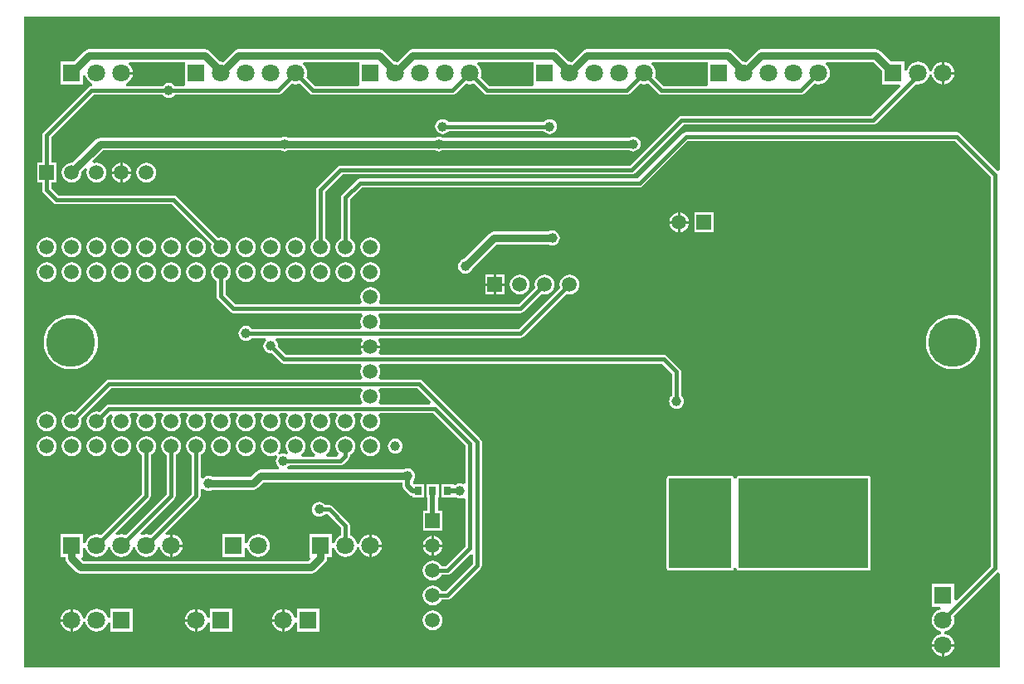
<source format=gbl>
G04*
G04 #@! TF.GenerationSoftware,Altium Limited,Altium Designer,18.0.7 (293)*
G04*
G04 Layer_Physical_Order=2*
G04 Layer_Color=16711680*
%FSLAX25Y25*%
%MOIN*%
G70*
G01*
G75*
%ADD22R,0.02756X0.03543*%
%ADD49C,0.01500*%
%ADD50C,0.02000*%
%ADD51C,0.03000*%
%ADD54C,0.19685*%
%ADD55R,0.07087X0.07087*%
%ADD56C,0.07087*%
%ADD57R,0.05906X0.05906*%
%ADD58C,0.05906*%
%ADD59C,0.13780*%
%ADD60R,0.07087X0.07087*%
%ADD61R,0.05906X0.05906*%
%ADD62C,0.01968*%
%ADD63C,0.03937*%
G36*
X392717Y201221D02*
X391717Y200807D01*
X376695Y215829D01*
X376116Y216215D01*
X375433Y216351D01*
X266732D01*
X266050Y216215D01*
X265471Y215829D01*
X247292Y197650D01*
X135827D01*
X135827Y197650D01*
X135144Y197515D01*
X134565Y197128D01*
X134565Y197128D01*
X128738Y191301D01*
X128351Y190722D01*
X128216Y190039D01*
Y173618D01*
X128007Y173531D01*
X127181Y172898D01*
X126547Y172072D01*
X126149Y171111D01*
X126013Y170079D01*
X126149Y169047D01*
X126547Y168085D01*
X127181Y167260D01*
X128007Y166626D01*
X128968Y166228D01*
X130000Y166092D01*
X131032Y166228D01*
X131993Y166626D01*
X132819Y167260D01*
X133453Y168085D01*
X133851Y169047D01*
X133987Y170079D01*
X133851Y171111D01*
X133453Y172072D01*
X132819Y172898D01*
X131993Y173531D01*
X131784Y173618D01*
Y189300D01*
X136566Y194082D01*
X248031D01*
X248714Y194218D01*
X249293Y194605D01*
X267471Y212783D01*
X374694D01*
X389216Y198261D01*
Y41818D01*
X375467Y28069D01*
X374543Y28452D01*
Y34622D01*
X365457D01*
Y25535D01*
X368979D01*
X369044Y24535D01*
X368814Y24505D01*
X367709Y24047D01*
X366760Y23319D01*
X366031Y22370D01*
X365574Y21265D01*
X365418Y20079D01*
X365574Y18893D01*
X366031Y17787D01*
X366760Y16838D01*
X367709Y16110D01*
X368814Y15652D01*
X369340Y15583D01*
Y14574D01*
X368814Y14505D01*
X367709Y14047D01*
X366760Y13319D01*
X366031Y12370D01*
X365574Y11265D01*
X365483Y10579D01*
X370000D01*
X374517D01*
X374426Y11265D01*
X373969Y12370D01*
X373240Y13319D01*
X372291Y14047D01*
X371186Y14505D01*
X370659Y14574D01*
Y15583D01*
X371186Y15652D01*
X372291Y16110D01*
X373240Y16838D01*
X373969Y17787D01*
X374426Y18893D01*
X374583Y20079D01*
X374426Y21265D01*
X374216Y21772D01*
X391717Y39272D01*
X392717Y38858D01*
Y984D01*
X984D01*
Y262795D01*
X392717D01*
Y201221D01*
D02*
G37*
%LPC*%
G36*
X343000Y249628D02*
X297000D01*
X296024Y249434D01*
X295198Y248881D01*
X290864Y244548D01*
X290000Y244661D01*
X289686Y244620D01*
X285424Y248881D01*
X284598Y249434D01*
X283622Y249628D01*
X227000D01*
X226025Y249434D01*
X225198Y248881D01*
X220864Y244548D01*
X220000Y244661D01*
X219686Y244620D01*
X215424Y248881D01*
X214598Y249434D01*
X213622Y249628D01*
X157000D01*
X156025Y249434D01*
X155198Y248881D01*
X150864Y244548D01*
X150000Y244661D01*
X149686Y244620D01*
X145424Y248881D01*
X144598Y249434D01*
X143622Y249628D01*
X87000D01*
X86024Y249434D01*
X85198Y248881D01*
X80864Y244548D01*
X80000Y244661D01*
X79686Y244620D01*
X75424Y248881D01*
X74598Y249434D01*
X73622Y249628D01*
X27000D01*
X26024Y249434D01*
X25198Y248881D01*
X20938Y244622D01*
X15457D01*
Y235535D01*
X24543D01*
Y239058D01*
X25543Y239123D01*
X25574Y238893D01*
X26031Y237788D01*
X26760Y236838D01*
X27709Y236110D01*
X28305Y235863D01*
X28106Y234863D01*
X28000D01*
X27317Y234727D01*
X26738Y234340D01*
X26738Y234340D01*
X8738Y216340D01*
X8352Y215762D01*
X8216Y215079D01*
Y204031D01*
X6047D01*
Y196126D01*
X8216D01*
Y193079D01*
X8352Y192396D01*
X8738Y191817D01*
X12738Y187817D01*
X12738Y187817D01*
X13317Y187430D01*
X14000Y187294D01*
X60261D01*
X76236Y171320D01*
X76149Y171111D01*
X76013Y170079D01*
X76149Y169047D01*
X76547Y168085D01*
X77181Y167260D01*
X78007Y166626D01*
X78968Y166228D01*
X80000Y166092D01*
X81032Y166228D01*
X81993Y166626D01*
X82819Y167260D01*
X83453Y168085D01*
X83851Y169047D01*
X83987Y170079D01*
X83851Y171111D01*
X83453Y172072D01*
X82819Y172898D01*
X81993Y173531D01*
X81032Y173930D01*
X80000Y174066D01*
X78968Y173930D01*
X78759Y173843D01*
X62262Y190340D01*
X61683Y190727D01*
X61000Y190863D01*
X14739D01*
X11784Y193818D01*
Y196126D01*
X13953D01*
Y204031D01*
X11784D01*
Y214340D01*
X28739Y231294D01*
X56627D01*
X56883Y230962D01*
X57503Y230486D01*
X58225Y230187D01*
X59000Y230085D01*
X59775Y230187D01*
X60497Y230486D01*
X61117Y230962D01*
X61373Y231294D01*
X103000D01*
X103683Y231430D01*
X104262Y231817D01*
X108307Y235862D01*
X108814Y235652D01*
X110000Y235496D01*
X111186Y235652D01*
X111693Y235862D01*
X115738Y231817D01*
X115738Y231817D01*
X116317Y231430D01*
X117000Y231294D01*
X173000D01*
X173683Y231430D01*
X174262Y231817D01*
X178307Y235862D01*
X178814Y235652D01*
X180000Y235496D01*
X181186Y235652D01*
X181693Y235862D01*
X185738Y231817D01*
X185738Y231817D01*
X186317Y231430D01*
X187000Y231294D01*
X243000D01*
X243683Y231430D01*
X244262Y231817D01*
X248307Y235862D01*
X248814Y235652D01*
X250000Y235496D01*
X251186Y235652D01*
X251693Y235862D01*
X255738Y231817D01*
X255738Y231817D01*
X256317Y231430D01*
X257000Y231294D01*
X313000D01*
X313683Y231430D01*
X314262Y231817D01*
X318307Y235862D01*
X318814Y235652D01*
X320000Y235496D01*
X321186Y235652D01*
X322291Y236110D01*
X323240Y236838D01*
X323969Y237788D01*
X324426Y238893D01*
X324583Y240079D01*
X324426Y241265D01*
X323969Y242370D01*
X323240Y243319D01*
X322966Y243530D01*
X323305Y244530D01*
X341944D01*
X345457Y241017D01*
Y235535D01*
X352627D01*
X353010Y234612D01*
X341261Y222863D01*
X265000D01*
X264317Y222727D01*
X263738Y222340D01*
X244261Y202863D01*
X128000D01*
X128000Y202863D01*
X127317Y202727D01*
X126738Y202340D01*
X118738Y194340D01*
X118351Y193762D01*
X118216Y193079D01*
Y173618D01*
X118007Y173531D01*
X117181Y172898D01*
X116547Y172072D01*
X116149Y171111D01*
X116013Y170079D01*
X116149Y169047D01*
X116547Y168085D01*
X117181Y167260D01*
X118007Y166626D01*
X118968Y166228D01*
X120000Y166092D01*
X121032Y166228D01*
X121993Y166626D01*
X122819Y167260D01*
X123453Y168085D01*
X123851Y169047D01*
X123987Y170079D01*
X123851Y171111D01*
X123453Y172072D01*
X122819Y172898D01*
X121993Y173531D01*
X121784Y173618D01*
Y192340D01*
X128739Y199294D01*
X245000D01*
X245683Y199430D01*
X246262Y199817D01*
X265739Y219295D01*
X342000D01*
X342683Y219430D01*
X343262Y219817D01*
X359064Y235619D01*
X360000Y235496D01*
X361186Y235652D01*
X362291Y236110D01*
X363240Y236838D01*
X363969Y237788D01*
X364426Y238893D01*
X364496Y239419D01*
X365504D01*
X365574Y238893D01*
X366031Y237788D01*
X366760Y236838D01*
X367709Y236110D01*
X368814Y235652D01*
X369500Y235562D01*
Y240079D01*
Y244595D01*
X368814Y244505D01*
X367709Y244047D01*
X366760Y243319D01*
X366031Y242370D01*
X365574Y241265D01*
X365504Y240738D01*
X364496D01*
X364426Y241265D01*
X363969Y242370D01*
X363240Y243319D01*
X362291Y244047D01*
X361186Y244505D01*
X360000Y244661D01*
X358814Y244505D01*
X357709Y244047D01*
X356760Y243319D01*
X356031Y242370D01*
X355574Y241265D01*
X355543Y241034D01*
X354543Y241100D01*
Y244622D01*
X349061D01*
X344802Y248881D01*
X343975Y249434D01*
X343000Y249628D01*
D02*
G37*
G36*
X370500Y244595D02*
Y240579D01*
X374517D01*
X374426Y241265D01*
X373969Y242370D01*
X373240Y243319D01*
X372291Y244047D01*
X371186Y244505D01*
X370500Y244595D01*
D02*
G37*
G36*
X374517Y239579D02*
X370500D01*
Y235562D01*
X371186Y235652D01*
X372291Y236110D01*
X373240Y236838D01*
X373969Y237788D01*
X374426Y238893D01*
X374517Y239579D01*
D02*
G37*
G36*
X212000Y221577D02*
X211225Y221475D01*
X210503Y221176D01*
X209883Y220700D01*
X209627Y220367D01*
X171373D01*
X171117Y220700D01*
X170497Y221176D01*
X169775Y221475D01*
X169000Y221577D01*
X168225Y221475D01*
X167503Y221176D01*
X166883Y220700D01*
X166407Y220080D01*
X166108Y219358D01*
X166006Y218583D01*
X166108Y217808D01*
X166407Y217086D01*
X166883Y216465D01*
X167503Y215990D01*
X168225Y215691D01*
X169000Y215589D01*
X169775Y215691D01*
X170497Y215990D01*
X171117Y216465D01*
X171373Y216798D01*
X209627D01*
X209883Y216465D01*
X210503Y215990D01*
X211225Y215691D01*
X212000Y215589D01*
X212775Y215691D01*
X213497Y215990D01*
X214117Y216465D01*
X214593Y217086D01*
X214892Y217808D01*
X214994Y218583D01*
X214892Y219358D01*
X214593Y220080D01*
X214117Y220700D01*
X213497Y221176D01*
X212775Y221475D01*
X212000Y221577D01*
D02*
G37*
G36*
X245504Y214569D02*
X244729Y214467D01*
X244007Y214168D01*
X243950Y214124D01*
X169058D01*
X169001Y214168D01*
X168279Y214467D01*
X167504Y214569D01*
X166729Y214467D01*
X166007Y214168D01*
X165949Y214124D01*
X107051D01*
X106993Y214168D01*
X106271Y214467D01*
X105496Y214569D01*
X104721Y214467D01*
X103999Y214168D01*
X103942Y214124D01*
X31496D01*
X30521Y213930D01*
X29694Y213377D01*
X20338Y204021D01*
X20000Y204066D01*
X18968Y203930D01*
X18007Y203532D01*
X17181Y202898D01*
X16547Y202072D01*
X16149Y201111D01*
X16013Y200079D01*
X16149Y199047D01*
X16547Y198085D01*
X17181Y197260D01*
X18007Y196626D01*
X18968Y196228D01*
X20000Y196092D01*
X21032Y196228D01*
X21993Y196626D01*
X22819Y197260D01*
X23453Y198085D01*
X23851Y199047D01*
X23987Y200079D01*
X23942Y200416D01*
X25371Y201845D01*
X26218Y201278D01*
X26149Y201111D01*
X26013Y200079D01*
X26149Y199047D01*
X26547Y198085D01*
X27181Y197260D01*
X28007Y196626D01*
X28968Y196228D01*
X30000Y196092D01*
X31032Y196228D01*
X31993Y196626D01*
X32819Y197260D01*
X33453Y198085D01*
X33851Y199047D01*
X33987Y200079D01*
X33851Y201111D01*
X33453Y202072D01*
X32819Y202898D01*
X31993Y203532D01*
X31032Y203930D01*
X30000Y204066D01*
X28968Y203930D01*
X28801Y203860D01*
X28234Y204708D01*
X32552Y209026D01*
X103942D01*
X103999Y208982D01*
X104721Y208683D01*
X105496Y208581D01*
X106271Y208683D01*
X106993Y208982D01*
X107051Y209026D01*
X165949D01*
X166007Y208982D01*
X166729Y208683D01*
X167504Y208581D01*
X168279Y208683D01*
X169001Y208982D01*
X169058Y209026D01*
X243950D01*
X244007Y208982D01*
X244729Y208683D01*
X245504Y208581D01*
X246279Y208683D01*
X247001Y208982D01*
X247621Y209458D01*
X248097Y210078D01*
X248396Y210800D01*
X248498Y211575D01*
X248396Y212350D01*
X248097Y213072D01*
X247621Y213692D01*
X247001Y214168D01*
X246279Y214467D01*
X245504Y214569D01*
D02*
G37*
G36*
X40500Y204000D02*
Y200579D01*
X43921D01*
X43851Y201111D01*
X43453Y202072D01*
X42819Y202898D01*
X41993Y203532D01*
X41032Y203930D01*
X40500Y204000D01*
D02*
G37*
G36*
X39500D02*
X38968Y203930D01*
X38007Y203532D01*
X37181Y202898D01*
X36547Y202072D01*
X36149Y201111D01*
X36079Y200579D01*
X39500D01*
Y204000D01*
D02*
G37*
G36*
X43921Y199579D02*
X40500D01*
Y196158D01*
X41032Y196228D01*
X41993Y196626D01*
X42819Y197260D01*
X43453Y198085D01*
X43851Y199047D01*
X43921Y199579D01*
D02*
G37*
G36*
X39500D02*
X36079D01*
X36149Y199047D01*
X36547Y198085D01*
X37181Y197260D01*
X38007Y196626D01*
X38968Y196228D01*
X39500Y196158D01*
Y199579D01*
D02*
G37*
G36*
X50000Y204066D02*
X48968Y203930D01*
X48007Y203532D01*
X47181Y202898D01*
X46547Y202072D01*
X46149Y201111D01*
X46013Y200079D01*
X46149Y199047D01*
X46547Y198085D01*
X47181Y197260D01*
X48007Y196626D01*
X48968Y196228D01*
X50000Y196092D01*
X51032Y196228D01*
X51993Y196626D01*
X52819Y197260D01*
X53453Y198085D01*
X53851Y199047D01*
X53987Y200079D01*
X53851Y201111D01*
X53453Y202072D01*
X52819Y202898D01*
X51993Y203532D01*
X51032Y203930D01*
X50000Y204066D01*
D02*
G37*
G36*
X264500Y184000D02*
Y180579D01*
X267921D01*
X267851Y181111D01*
X267453Y182072D01*
X266819Y182898D01*
X265993Y183531D01*
X265032Y183930D01*
X264500Y184000D01*
D02*
G37*
G36*
X263500D02*
X262968Y183930D01*
X262007Y183531D01*
X261181Y182898D01*
X260547Y182072D01*
X260149Y181111D01*
X260079Y180579D01*
X263500D01*
Y184000D01*
D02*
G37*
G36*
X267921Y179579D02*
X264500D01*
Y176158D01*
X265032Y176228D01*
X265993Y176626D01*
X266819Y177260D01*
X267453Y178085D01*
X267851Y179047D01*
X267921Y179579D01*
D02*
G37*
G36*
X263500D02*
X260079D01*
X260149Y179047D01*
X260547Y178085D01*
X261181Y177260D01*
X262007Y176626D01*
X262968Y176228D01*
X263500Y176158D01*
Y179579D01*
D02*
G37*
G36*
X277953Y184031D02*
X270047D01*
Y176126D01*
X277953D01*
Y184031D01*
D02*
G37*
G36*
X213055Y176750D02*
X212280Y176648D01*
X211558Y176349D01*
X211501Y176305D01*
X189504D01*
X188529Y176111D01*
X187701Y175558D01*
X177446Y165303D01*
X177375Y165294D01*
X176653Y164995D01*
X176032Y164519D01*
X175557Y163899D01*
X175258Y163177D01*
X175155Y162402D01*
X175258Y161627D01*
X175557Y160905D01*
X176032Y160284D01*
X176653Y159809D01*
X177375Y159510D01*
X178150Y159407D01*
X178925Y159510D01*
X179647Y159809D01*
X180267Y160284D01*
X180743Y160905D01*
X181042Y161627D01*
X181051Y161698D01*
X190560Y171207D01*
X211501D01*
X211558Y171163D01*
X212280Y170864D01*
X213055Y170762D01*
X213830Y170864D01*
X214552Y171163D01*
X215172Y171639D01*
X215648Y172259D01*
X215947Y172981D01*
X216049Y173756D01*
X215947Y174531D01*
X215648Y175253D01*
X215172Y175873D01*
X214552Y176349D01*
X213830Y176648D01*
X213055Y176750D01*
D02*
G37*
G36*
X140000Y174066D02*
X138968Y173930D01*
X138007Y173531D01*
X137181Y172898D01*
X136547Y172072D01*
X136149Y171111D01*
X136013Y170079D01*
X136149Y169047D01*
X136547Y168085D01*
X137181Y167260D01*
X138007Y166626D01*
X138968Y166228D01*
X140000Y166092D01*
X141032Y166228D01*
X141993Y166626D01*
X142819Y167260D01*
X143453Y168085D01*
X143851Y169047D01*
X143987Y170079D01*
X143851Y171111D01*
X143453Y172072D01*
X142819Y172898D01*
X141993Y173531D01*
X141032Y173930D01*
X140000Y174066D01*
D02*
G37*
G36*
X110000D02*
X108968Y173930D01*
X108007Y173531D01*
X107181Y172898D01*
X106547Y172072D01*
X106149Y171111D01*
X106013Y170079D01*
X106149Y169047D01*
X106547Y168085D01*
X107181Y167260D01*
X108007Y166626D01*
X108968Y166228D01*
X110000Y166092D01*
X111032Y166228D01*
X111993Y166626D01*
X112819Y167260D01*
X113453Y168085D01*
X113851Y169047D01*
X113987Y170079D01*
X113851Y171111D01*
X113453Y172072D01*
X112819Y172898D01*
X111993Y173531D01*
X111032Y173930D01*
X110000Y174066D01*
D02*
G37*
G36*
X100000D02*
X98968Y173930D01*
X98007Y173531D01*
X97181Y172898D01*
X96547Y172072D01*
X96149Y171111D01*
X96013Y170079D01*
X96149Y169047D01*
X96547Y168085D01*
X97181Y167260D01*
X98007Y166626D01*
X98968Y166228D01*
X100000Y166092D01*
X101032Y166228D01*
X101993Y166626D01*
X102819Y167260D01*
X103453Y168085D01*
X103851Y169047D01*
X103987Y170079D01*
X103851Y171111D01*
X103453Y172072D01*
X102819Y172898D01*
X101993Y173531D01*
X101032Y173930D01*
X100000Y174066D01*
D02*
G37*
G36*
X90000D02*
X88968Y173930D01*
X88007Y173531D01*
X87181Y172898D01*
X86547Y172072D01*
X86149Y171111D01*
X86013Y170079D01*
X86149Y169047D01*
X86547Y168085D01*
X87181Y167260D01*
X88007Y166626D01*
X88968Y166228D01*
X90000Y166092D01*
X91032Y166228D01*
X91993Y166626D01*
X92819Y167260D01*
X93453Y168085D01*
X93851Y169047D01*
X93987Y170079D01*
X93851Y171111D01*
X93453Y172072D01*
X92819Y172898D01*
X91993Y173531D01*
X91032Y173930D01*
X90000Y174066D01*
D02*
G37*
G36*
X70000D02*
X68968Y173930D01*
X68007Y173531D01*
X67181Y172898D01*
X66547Y172072D01*
X66149Y171111D01*
X66013Y170079D01*
X66149Y169047D01*
X66547Y168085D01*
X67181Y167260D01*
X68007Y166626D01*
X68968Y166228D01*
X70000Y166092D01*
X71032Y166228D01*
X71993Y166626D01*
X72819Y167260D01*
X73453Y168085D01*
X73851Y169047D01*
X73987Y170079D01*
X73851Y171111D01*
X73453Y172072D01*
X72819Y172898D01*
X71993Y173531D01*
X71032Y173930D01*
X70000Y174066D01*
D02*
G37*
G36*
X60000D02*
X58968Y173930D01*
X58007Y173531D01*
X57181Y172898D01*
X56547Y172072D01*
X56149Y171111D01*
X56013Y170079D01*
X56149Y169047D01*
X56547Y168085D01*
X57181Y167260D01*
X58007Y166626D01*
X58968Y166228D01*
X60000Y166092D01*
X61032Y166228D01*
X61993Y166626D01*
X62819Y167260D01*
X63453Y168085D01*
X63851Y169047D01*
X63987Y170079D01*
X63851Y171111D01*
X63453Y172072D01*
X62819Y172898D01*
X61993Y173531D01*
X61032Y173930D01*
X60000Y174066D01*
D02*
G37*
G36*
X50000D02*
X48968Y173930D01*
X48007Y173531D01*
X47181Y172898D01*
X46547Y172072D01*
X46149Y171111D01*
X46013Y170079D01*
X46149Y169047D01*
X46547Y168085D01*
X47181Y167260D01*
X48007Y166626D01*
X48968Y166228D01*
X50000Y166092D01*
X51032Y166228D01*
X51993Y166626D01*
X52819Y167260D01*
X53453Y168085D01*
X53851Y169047D01*
X53987Y170079D01*
X53851Y171111D01*
X53453Y172072D01*
X52819Y172898D01*
X51993Y173531D01*
X51032Y173930D01*
X50000Y174066D01*
D02*
G37*
G36*
X40000D02*
X38968Y173930D01*
X38007Y173531D01*
X37181Y172898D01*
X36547Y172072D01*
X36149Y171111D01*
X36013Y170079D01*
X36149Y169047D01*
X36547Y168085D01*
X37181Y167260D01*
X38007Y166626D01*
X38968Y166228D01*
X40000Y166092D01*
X41032Y166228D01*
X41993Y166626D01*
X42819Y167260D01*
X43453Y168085D01*
X43851Y169047D01*
X43987Y170079D01*
X43851Y171111D01*
X43453Y172072D01*
X42819Y172898D01*
X41993Y173531D01*
X41032Y173930D01*
X40000Y174066D01*
D02*
G37*
G36*
X30000D02*
X28968Y173930D01*
X28007Y173531D01*
X27181Y172898D01*
X26547Y172072D01*
X26149Y171111D01*
X26013Y170079D01*
X26149Y169047D01*
X26547Y168085D01*
X27181Y167260D01*
X28007Y166626D01*
X28968Y166228D01*
X30000Y166092D01*
X31032Y166228D01*
X31993Y166626D01*
X32819Y167260D01*
X33453Y168085D01*
X33851Y169047D01*
X33987Y170079D01*
X33851Y171111D01*
X33453Y172072D01*
X32819Y172898D01*
X31993Y173531D01*
X31032Y173930D01*
X30000Y174066D01*
D02*
G37*
G36*
X20000D02*
X18968Y173930D01*
X18007Y173531D01*
X17181Y172898D01*
X16547Y172072D01*
X16149Y171111D01*
X16013Y170079D01*
X16149Y169047D01*
X16547Y168085D01*
X17181Y167260D01*
X18007Y166626D01*
X18968Y166228D01*
X20000Y166092D01*
X21032Y166228D01*
X21993Y166626D01*
X22819Y167260D01*
X23453Y168085D01*
X23851Y169047D01*
X23987Y170079D01*
X23851Y171111D01*
X23453Y172072D01*
X22819Y172898D01*
X21993Y173531D01*
X21032Y173930D01*
X20000Y174066D01*
D02*
G37*
G36*
X10000D02*
X8968Y173930D01*
X8007Y173531D01*
X7181Y172898D01*
X6547Y172072D01*
X6149Y171111D01*
X6013Y170079D01*
X6149Y169047D01*
X6547Y168085D01*
X7181Y167260D01*
X8007Y166626D01*
X8968Y166228D01*
X10000Y166092D01*
X11032Y166228D01*
X11993Y166626D01*
X12819Y167260D01*
X13453Y168085D01*
X13851Y169047D01*
X13987Y170079D01*
X13851Y171111D01*
X13453Y172072D01*
X12819Y172898D01*
X11993Y173531D01*
X11032Y173930D01*
X10000Y174066D01*
D02*
G37*
G36*
X140000Y164066D02*
X138968Y163930D01*
X138007Y163531D01*
X137181Y162898D01*
X136547Y162072D01*
X136149Y161111D01*
X136013Y160079D01*
X136149Y159047D01*
X136547Y158085D01*
X137181Y157260D01*
X138007Y156626D01*
X138968Y156228D01*
X140000Y156092D01*
X141032Y156228D01*
X141993Y156626D01*
X142819Y157260D01*
X143453Y158085D01*
X143851Y159047D01*
X143987Y160079D01*
X143851Y161111D01*
X143453Y162072D01*
X142819Y162898D01*
X141993Y163531D01*
X141032Y163930D01*
X140000Y164066D01*
D02*
G37*
G36*
X130000D02*
X128968Y163930D01*
X128007Y163531D01*
X127181Y162898D01*
X126547Y162072D01*
X126149Y161111D01*
X126013Y160079D01*
X126149Y159047D01*
X126547Y158085D01*
X127181Y157260D01*
X128007Y156626D01*
X128968Y156228D01*
X130000Y156092D01*
X131032Y156228D01*
X131993Y156626D01*
X132819Y157260D01*
X133453Y158085D01*
X133851Y159047D01*
X133987Y160079D01*
X133851Y161111D01*
X133453Y162072D01*
X132819Y162898D01*
X131993Y163531D01*
X131032Y163930D01*
X130000Y164066D01*
D02*
G37*
G36*
X120000D02*
X118968Y163930D01*
X118007Y163531D01*
X117181Y162898D01*
X116547Y162072D01*
X116149Y161111D01*
X116013Y160079D01*
X116149Y159047D01*
X116547Y158085D01*
X117181Y157260D01*
X118007Y156626D01*
X118968Y156228D01*
X120000Y156092D01*
X121032Y156228D01*
X121993Y156626D01*
X122819Y157260D01*
X123453Y158085D01*
X123851Y159047D01*
X123987Y160079D01*
X123851Y161111D01*
X123453Y162072D01*
X122819Y162898D01*
X121993Y163531D01*
X121032Y163930D01*
X120000Y164066D01*
D02*
G37*
G36*
X110000D02*
X108968Y163930D01*
X108007Y163531D01*
X107181Y162898D01*
X106547Y162072D01*
X106149Y161111D01*
X106013Y160079D01*
X106149Y159047D01*
X106547Y158085D01*
X107181Y157260D01*
X108007Y156626D01*
X108968Y156228D01*
X110000Y156092D01*
X111032Y156228D01*
X111993Y156626D01*
X112819Y157260D01*
X113453Y158085D01*
X113851Y159047D01*
X113987Y160079D01*
X113851Y161111D01*
X113453Y162072D01*
X112819Y162898D01*
X111993Y163531D01*
X111032Y163930D01*
X110000Y164066D01*
D02*
G37*
G36*
X100000D02*
X98968Y163930D01*
X98007Y163531D01*
X97181Y162898D01*
X96547Y162072D01*
X96149Y161111D01*
X96013Y160079D01*
X96149Y159047D01*
X96547Y158085D01*
X97181Y157260D01*
X98007Y156626D01*
X98968Y156228D01*
X100000Y156092D01*
X101032Y156228D01*
X101993Y156626D01*
X102819Y157260D01*
X103453Y158085D01*
X103851Y159047D01*
X103987Y160079D01*
X103851Y161111D01*
X103453Y162072D01*
X102819Y162898D01*
X101993Y163531D01*
X101032Y163930D01*
X100000Y164066D01*
D02*
G37*
G36*
X90000D02*
X88968Y163930D01*
X88007Y163531D01*
X87181Y162898D01*
X86547Y162072D01*
X86149Y161111D01*
X86013Y160079D01*
X86149Y159047D01*
X86547Y158085D01*
X87181Y157260D01*
X88007Y156626D01*
X88968Y156228D01*
X90000Y156092D01*
X91032Y156228D01*
X91993Y156626D01*
X92819Y157260D01*
X93453Y158085D01*
X93851Y159047D01*
X93987Y160079D01*
X93851Y161111D01*
X93453Y162072D01*
X92819Y162898D01*
X91993Y163531D01*
X91032Y163930D01*
X90000Y164066D01*
D02*
G37*
G36*
X70000D02*
X68968Y163930D01*
X68007Y163531D01*
X67181Y162898D01*
X66547Y162072D01*
X66149Y161111D01*
X66013Y160079D01*
X66149Y159047D01*
X66547Y158085D01*
X67181Y157260D01*
X68007Y156626D01*
X68968Y156228D01*
X70000Y156092D01*
X71032Y156228D01*
X71993Y156626D01*
X72819Y157260D01*
X73453Y158085D01*
X73851Y159047D01*
X73987Y160079D01*
X73851Y161111D01*
X73453Y162072D01*
X72819Y162898D01*
X71993Y163531D01*
X71032Y163930D01*
X70000Y164066D01*
D02*
G37*
G36*
X60000D02*
X58968Y163930D01*
X58007Y163531D01*
X57181Y162898D01*
X56547Y162072D01*
X56149Y161111D01*
X56013Y160079D01*
X56149Y159047D01*
X56547Y158085D01*
X57181Y157260D01*
X58007Y156626D01*
X58968Y156228D01*
X60000Y156092D01*
X61032Y156228D01*
X61993Y156626D01*
X62819Y157260D01*
X63453Y158085D01*
X63851Y159047D01*
X63987Y160079D01*
X63851Y161111D01*
X63453Y162072D01*
X62819Y162898D01*
X61993Y163531D01*
X61032Y163930D01*
X60000Y164066D01*
D02*
G37*
G36*
X50000D02*
X48968Y163930D01*
X48007Y163531D01*
X47181Y162898D01*
X46547Y162072D01*
X46149Y161111D01*
X46013Y160079D01*
X46149Y159047D01*
X46547Y158085D01*
X47181Y157260D01*
X48007Y156626D01*
X48968Y156228D01*
X50000Y156092D01*
X51032Y156228D01*
X51993Y156626D01*
X52819Y157260D01*
X53453Y158085D01*
X53851Y159047D01*
X53987Y160079D01*
X53851Y161111D01*
X53453Y162072D01*
X52819Y162898D01*
X51993Y163531D01*
X51032Y163930D01*
X50000Y164066D01*
D02*
G37*
G36*
X40000D02*
X38968Y163930D01*
X38007Y163531D01*
X37181Y162898D01*
X36547Y162072D01*
X36149Y161111D01*
X36013Y160079D01*
X36149Y159047D01*
X36547Y158085D01*
X37181Y157260D01*
X38007Y156626D01*
X38968Y156228D01*
X40000Y156092D01*
X41032Y156228D01*
X41993Y156626D01*
X42819Y157260D01*
X43453Y158085D01*
X43851Y159047D01*
X43987Y160079D01*
X43851Y161111D01*
X43453Y162072D01*
X42819Y162898D01*
X41993Y163531D01*
X41032Y163930D01*
X40000Y164066D01*
D02*
G37*
G36*
X30000D02*
X28968Y163930D01*
X28007Y163531D01*
X27181Y162898D01*
X26547Y162072D01*
X26149Y161111D01*
X26013Y160079D01*
X26149Y159047D01*
X26547Y158085D01*
X27181Y157260D01*
X28007Y156626D01*
X28968Y156228D01*
X30000Y156092D01*
X31032Y156228D01*
X31993Y156626D01*
X32819Y157260D01*
X33453Y158085D01*
X33851Y159047D01*
X33987Y160079D01*
X33851Y161111D01*
X33453Y162072D01*
X32819Y162898D01*
X31993Y163531D01*
X31032Y163930D01*
X30000Y164066D01*
D02*
G37*
G36*
X20000D02*
X18968Y163930D01*
X18007Y163531D01*
X17181Y162898D01*
X16547Y162072D01*
X16149Y161111D01*
X16013Y160079D01*
X16149Y159047D01*
X16547Y158085D01*
X17181Y157260D01*
X18007Y156626D01*
X18968Y156228D01*
X20000Y156092D01*
X21032Y156228D01*
X21993Y156626D01*
X22819Y157260D01*
X23453Y158085D01*
X23851Y159047D01*
X23987Y160079D01*
X23851Y161111D01*
X23453Y162072D01*
X22819Y162898D01*
X21993Y163531D01*
X21032Y163930D01*
X20000Y164066D01*
D02*
G37*
G36*
X10000D02*
X8968Y163930D01*
X8007Y163531D01*
X7181Y162898D01*
X6547Y162072D01*
X6149Y161111D01*
X6013Y160079D01*
X6149Y159047D01*
X6547Y158085D01*
X7181Y157260D01*
X8007Y156626D01*
X8968Y156228D01*
X10000Y156092D01*
X11032Y156228D01*
X11993Y156626D01*
X12819Y157260D01*
X13453Y158085D01*
X13851Y159047D01*
X13987Y160079D01*
X13851Y161111D01*
X13453Y162072D01*
X12819Y162898D01*
X11993Y163531D01*
X11032Y163930D01*
X10000Y164066D01*
D02*
G37*
G36*
X193953Y159031D02*
X190500D01*
Y155579D01*
X193953D01*
Y159031D01*
D02*
G37*
G36*
X189500D02*
X186047D01*
Y155579D01*
X189500D01*
Y159031D01*
D02*
G37*
G36*
X193953Y154579D02*
X190500D01*
Y151126D01*
X193953D01*
Y154579D01*
D02*
G37*
G36*
X189500D02*
X186047D01*
Y151126D01*
X189500D01*
Y154579D01*
D02*
G37*
G36*
X80000Y164066D02*
X78968Y163930D01*
X78007Y163531D01*
X77181Y162898D01*
X76547Y162072D01*
X76149Y161111D01*
X76013Y160079D01*
X76149Y159047D01*
X76547Y158085D01*
X77181Y157260D01*
X78007Y156626D01*
X78216Y156539D01*
Y150315D01*
X78351Y149632D01*
X78738Y149053D01*
X83677Y144114D01*
X83677Y144114D01*
X84256Y143728D01*
X84939Y143592D01*
X136515D01*
X136550Y143555D01*
X136946Y142592D01*
X136547Y142072D01*
X136149Y141111D01*
X136013Y140079D01*
X136149Y139047D01*
X136547Y138085D01*
X135997Y137160D01*
X92386D01*
X92117Y137511D01*
X91497Y137987D01*
X90775Y138286D01*
X90000Y138388D01*
X89225Y138286D01*
X88503Y137987D01*
X87883Y137511D01*
X87407Y136891D01*
X87108Y136169D01*
X87006Y135394D01*
X87108Y134619D01*
X87407Y133897D01*
X87883Y133276D01*
X88503Y132801D01*
X89225Y132502D01*
X90000Y132400D01*
X90775Y132502D01*
X91497Y132801D01*
X92117Y133276D01*
X92359Y133592D01*
X97751D01*
X98091Y132592D01*
X97883Y132432D01*
X97407Y131812D01*
X97108Y131090D01*
X97006Y130315D01*
X97108Y129540D01*
X97407Y128818D01*
X97883Y128198D01*
X98503Y127722D01*
X99225Y127423D01*
X100000Y127321D01*
X100416Y127376D01*
X104053Y123738D01*
X104632Y123352D01*
X105315Y123216D01*
X105315Y123216D01*
X136164D01*
X136657Y122216D01*
X136547Y122072D01*
X136149Y121111D01*
X136013Y120079D01*
X136149Y119047D01*
X136547Y118085D01*
X136718Y117863D01*
X136225Y116863D01*
X35000D01*
X34317Y116727D01*
X33738Y116340D01*
X33738Y116340D01*
X21241Y103843D01*
X21032Y103930D01*
X20000Y104066D01*
X18968Y103930D01*
X18007Y103532D01*
X17181Y102898D01*
X16547Y102072D01*
X16149Y101111D01*
X16013Y100079D01*
X16149Y99047D01*
X16547Y98085D01*
X17181Y97260D01*
X18007Y96626D01*
X18968Y96228D01*
X20000Y96092D01*
X21032Y96228D01*
X21993Y96626D01*
X22819Y97260D01*
X23453Y98085D01*
X23851Y99047D01*
X23987Y100079D01*
X23851Y101111D01*
X23764Y101320D01*
X35739Y113294D01*
X136225D01*
X136718Y112294D01*
X136547Y112072D01*
X136149Y111111D01*
X136013Y110079D01*
X136149Y109047D01*
X136547Y108085D01*
X136718Y107863D01*
X136225Y106863D01*
X35000D01*
X35000Y106863D01*
X34317Y106727D01*
X33738Y106340D01*
X33738Y106340D01*
X31241Y103843D01*
X31032Y103930D01*
X30000Y104066D01*
X28968Y103930D01*
X28007Y103532D01*
X27181Y102898D01*
X26547Y102072D01*
X26149Y101111D01*
X26013Y100079D01*
X26149Y99047D01*
X26547Y98085D01*
X27181Y97260D01*
X28007Y96626D01*
X28968Y96228D01*
X30000Y96092D01*
X31032Y96228D01*
X31993Y96626D01*
X32819Y97260D01*
X33453Y98085D01*
X33851Y99047D01*
X33987Y100079D01*
X33851Y101111D01*
X33764Y101320D01*
X35326Y102881D01*
X35855Y102812D01*
X36047Y102606D01*
X36412Y101746D01*
X36149Y101111D01*
X36013Y100079D01*
X36149Y99047D01*
X36547Y98085D01*
X37181Y97260D01*
X38007Y96626D01*
X38968Y96228D01*
X40000Y96092D01*
X41032Y96228D01*
X41993Y96626D01*
X42819Y97260D01*
X43453Y98085D01*
X43851Y99047D01*
X43987Y100079D01*
X43851Y101111D01*
X43453Y102072D01*
X43282Y102295D01*
X43775Y103295D01*
X46225D01*
X46718Y102295D01*
X46547Y102072D01*
X46149Y101111D01*
X46013Y100079D01*
X46149Y99047D01*
X46547Y98085D01*
X47181Y97260D01*
X48007Y96626D01*
X48968Y96228D01*
X50000Y96092D01*
X51032Y96228D01*
X51993Y96626D01*
X52819Y97260D01*
X53453Y98085D01*
X53851Y99047D01*
X53987Y100079D01*
X53851Y101111D01*
X53453Y102072D01*
X53282Y102295D01*
X53775Y103295D01*
X56225D01*
X56718Y102295D01*
X56547Y102072D01*
X56149Y101111D01*
X56013Y100079D01*
X56149Y99047D01*
X56547Y98085D01*
X57181Y97260D01*
X58007Y96626D01*
X58968Y96228D01*
X60000Y96092D01*
X61032Y96228D01*
X61993Y96626D01*
X62819Y97260D01*
X63453Y98085D01*
X63851Y99047D01*
X63987Y100079D01*
X63851Y101111D01*
X63453Y102072D01*
X63282Y102295D01*
X63775Y103295D01*
X66225D01*
X66718Y102295D01*
X66547Y102072D01*
X66149Y101111D01*
X66013Y100079D01*
X66149Y99047D01*
X66547Y98085D01*
X67181Y97260D01*
X68007Y96626D01*
X68968Y96228D01*
X70000Y96092D01*
X71032Y96228D01*
X71993Y96626D01*
X72819Y97260D01*
X73453Y98085D01*
X73851Y99047D01*
X73987Y100079D01*
X73851Y101111D01*
X73453Y102072D01*
X73282Y102295D01*
X73775Y103295D01*
X76225D01*
X76718Y102295D01*
X76547Y102072D01*
X76149Y101111D01*
X76013Y100079D01*
X76149Y99047D01*
X76547Y98085D01*
X77181Y97260D01*
X78007Y96626D01*
X78968Y96228D01*
X80000Y96092D01*
X81032Y96228D01*
X81993Y96626D01*
X82819Y97260D01*
X83453Y98085D01*
X83851Y99047D01*
X83987Y100079D01*
X83851Y101111D01*
X83453Y102072D01*
X83282Y102295D01*
X83775Y103295D01*
X86225D01*
X86718Y102295D01*
X86547Y102072D01*
X86149Y101111D01*
X86013Y100079D01*
X86149Y99047D01*
X86547Y98085D01*
X87181Y97260D01*
X88007Y96626D01*
X88968Y96228D01*
X90000Y96092D01*
X91032Y96228D01*
X91993Y96626D01*
X92819Y97260D01*
X93453Y98085D01*
X93851Y99047D01*
X93987Y100079D01*
X93851Y101111D01*
X93453Y102072D01*
X93282Y102295D01*
X93775Y103295D01*
X96225D01*
X96718Y102295D01*
X96547Y102072D01*
X96149Y101111D01*
X96013Y100079D01*
X96149Y99047D01*
X96547Y98085D01*
X97181Y97260D01*
X98007Y96626D01*
X98968Y96228D01*
X100000Y96092D01*
X101032Y96228D01*
X101993Y96626D01*
X102819Y97260D01*
X103453Y98085D01*
X103851Y99047D01*
X103987Y100079D01*
X103851Y101111D01*
X103453Y102072D01*
X103282Y102295D01*
X103775Y103295D01*
X106225D01*
X106718Y102295D01*
X106547Y102072D01*
X106149Y101111D01*
X106013Y100079D01*
X106149Y99047D01*
X106547Y98085D01*
X107181Y97260D01*
X108007Y96626D01*
X108968Y96228D01*
X110000Y96092D01*
X111032Y96228D01*
X111993Y96626D01*
X112819Y97260D01*
X113453Y98085D01*
X113851Y99047D01*
X113987Y100079D01*
X113851Y101111D01*
X113453Y102072D01*
X113282Y102295D01*
X113775Y103295D01*
X116225D01*
X116718Y102295D01*
X116547Y102072D01*
X116149Y101111D01*
X116013Y100079D01*
X116149Y99047D01*
X116547Y98085D01*
X117181Y97260D01*
X118007Y96626D01*
X118968Y96228D01*
X120000Y96092D01*
X121032Y96228D01*
X121993Y96626D01*
X122819Y97260D01*
X123453Y98085D01*
X123851Y99047D01*
X123987Y100079D01*
X123851Y101111D01*
X123453Y102072D01*
X123282Y102295D01*
X123775Y103295D01*
X126225D01*
X126718Y102295D01*
X126547Y102072D01*
X126149Y101111D01*
X126013Y100079D01*
X126149Y99047D01*
X126547Y98085D01*
X127181Y97260D01*
X128007Y96626D01*
X128968Y96228D01*
X130000Y96092D01*
X131032Y96228D01*
X131993Y96626D01*
X132819Y97260D01*
X133453Y98085D01*
X133851Y99047D01*
X133987Y100079D01*
X133851Y101111D01*
X133453Y102072D01*
X133282Y102295D01*
X133775Y103295D01*
X136225D01*
X136718Y102295D01*
X136547Y102072D01*
X136149Y101111D01*
X136013Y100079D01*
X136149Y99047D01*
X136547Y98085D01*
X137181Y97260D01*
X138007Y96626D01*
X138968Y96228D01*
X140000Y96092D01*
X141032Y96228D01*
X141993Y96626D01*
X142819Y97260D01*
X143453Y98085D01*
X143851Y99047D01*
X143987Y100079D01*
X143851Y101111D01*
X143453Y102072D01*
X143282Y102295D01*
X143775Y103295D01*
X165261D01*
X178216Y90340D01*
Y75381D01*
X177981Y75149D01*
X177216Y74788D01*
X176775Y74971D01*
X176000Y75073D01*
X175225Y74971D01*
X174503Y74672D01*
X174283Y74503D01*
X173283Y74850D01*
Y74850D01*
X168527D01*
Y69307D01*
X173283D01*
X173283Y69307D01*
X174283Y69654D01*
X174503Y69486D01*
X175225Y69187D01*
X176000Y69085D01*
X176775Y69187D01*
X177216Y69369D01*
X177981Y69009D01*
X178216Y68777D01*
Y49818D01*
X170261Y41863D01*
X168539D01*
X168453Y42072D01*
X167819Y42898D01*
X166993Y43532D01*
X166032Y43930D01*
X165000Y44066D01*
X163968Y43930D01*
X163007Y43532D01*
X162181Y42898D01*
X161547Y42072D01*
X161149Y41111D01*
X161013Y40079D01*
X161149Y39047D01*
X161547Y38085D01*
X162181Y37260D01*
X163007Y36626D01*
X163968Y36228D01*
X165000Y36092D01*
X166032Y36228D01*
X166993Y36626D01*
X167819Y37260D01*
X168453Y38085D01*
X168539Y38295D01*
X171000D01*
X171683Y38430D01*
X172262Y38817D01*
X180292Y46847D01*
X181216Y46464D01*
Y42818D01*
X170261Y31863D01*
X168539D01*
X168453Y32072D01*
X167819Y32898D01*
X166993Y33531D01*
X166032Y33930D01*
X165000Y34066D01*
X163968Y33930D01*
X163007Y33531D01*
X162181Y32898D01*
X161547Y32072D01*
X161149Y31111D01*
X161013Y30079D01*
X161149Y29047D01*
X161547Y28085D01*
X162181Y27260D01*
X163007Y26626D01*
X163968Y26228D01*
X165000Y26092D01*
X166032Y26228D01*
X166993Y26626D01*
X167819Y27260D01*
X168453Y28085D01*
X168539Y28295D01*
X171000D01*
X171683Y28430D01*
X172262Y28817D01*
X184262Y40817D01*
X184262Y40817D01*
X184649Y41396D01*
X184784Y42079D01*
Y91614D01*
X184649Y92297D01*
X184262Y92876D01*
X160797Y116340D01*
X160218Y116727D01*
X159536Y116863D01*
X143775D01*
X143282Y117863D01*
X143453Y118085D01*
X143851Y119047D01*
X143987Y120079D01*
X143851Y121111D01*
X143453Y122072D01*
X143343Y122216D01*
X143836Y123216D01*
X257135D01*
X261153Y119198D01*
Y110499D01*
X260820Y110243D01*
X260344Y109623D01*
X260045Y108901D01*
X259943Y108126D01*
X260045Y107351D01*
X260344Y106629D01*
X260820Y106009D01*
X261440Y105533D01*
X262162Y105234D01*
X262937Y105132D01*
X263712Y105234D01*
X264434Y105533D01*
X265054Y106009D01*
X265530Y106629D01*
X265829Y107351D01*
X265931Y108126D01*
X265829Y108901D01*
X265530Y109623D01*
X265054Y110243D01*
X264721Y110499D01*
Y119937D01*
X264721Y119937D01*
X264585Y120620D01*
X264199Y121199D01*
X264199Y121199D01*
X259136Y126262D01*
X258557Y126648D01*
X257874Y126784D01*
X143715D01*
X143222Y127784D01*
X143453Y128085D01*
X143851Y129047D01*
X143921Y129579D01*
X140000D01*
X136079D01*
X136149Y129047D01*
X136547Y128085D01*
X136778Y127784D01*
X136285Y126784D01*
X106054D01*
X102939Y129899D01*
X102994Y130315D01*
X102892Y131090D01*
X102593Y131812D01*
X102117Y132432D01*
X101909Y132592D01*
X102249Y133592D01*
X136515D01*
X136550Y133555D01*
X136946Y132592D01*
X136547Y132072D01*
X136149Y131111D01*
X136079Y130579D01*
X140000D01*
X143921D01*
X143851Y131111D01*
X143453Y132072D01*
X143054Y132592D01*
X143450Y133555D01*
X143485Y133592D01*
X200297Y133592D01*
X200980Y133728D01*
X201559Y134114D01*
X218759Y151314D01*
X218968Y151228D01*
X220000Y151092D01*
X221032Y151228D01*
X221993Y151626D01*
X222819Y152260D01*
X223453Y153085D01*
X223851Y154047D01*
X223987Y155079D01*
X223851Y156111D01*
X223453Y157072D01*
X222819Y157898D01*
X221993Y158531D01*
X221032Y158930D01*
X220000Y159066D01*
X218968Y158930D01*
X218007Y158531D01*
X217181Y157898D01*
X216547Y157072D01*
X216149Y156111D01*
X216013Y155079D01*
X216149Y154047D01*
X216236Y153838D01*
X199558Y137160D01*
X144003Y137160D01*
X143453Y138085D01*
X143851Y139047D01*
X143987Y140079D01*
X143851Y141111D01*
X143453Y142072D01*
X143054Y142592D01*
X143450Y143555D01*
X143485Y143592D01*
X200297D01*
X200980Y143728D01*
X201559Y144114D01*
X208759Y151314D01*
X208968Y151228D01*
X210000Y151092D01*
X211032Y151228D01*
X211993Y151626D01*
X212819Y152260D01*
X213453Y153085D01*
X213851Y154047D01*
X213987Y155079D01*
X213851Y156111D01*
X213453Y157072D01*
X212819Y157898D01*
X211993Y158531D01*
X211032Y158930D01*
X210000Y159066D01*
X208968Y158930D01*
X208007Y158531D01*
X207181Y157898D01*
X206547Y157072D01*
X206149Y156111D01*
X206013Y155079D01*
X206149Y154047D01*
X206236Y153838D01*
X199558Y147160D01*
X144003D01*
X143453Y148085D01*
X143851Y149047D01*
X143987Y150079D01*
X143851Y151111D01*
X143453Y152072D01*
X142819Y152898D01*
X141993Y153532D01*
X141032Y153930D01*
X140000Y154066D01*
X138968Y153930D01*
X138007Y153532D01*
X137181Y152898D01*
X136547Y152072D01*
X136149Y151111D01*
X136013Y150079D01*
X136149Y149047D01*
X136547Y148085D01*
X135997Y147160D01*
X85678D01*
X81784Y151054D01*
Y156539D01*
X81993Y156626D01*
X82819Y157260D01*
X83453Y158085D01*
X83851Y159047D01*
X83987Y160079D01*
X83851Y161111D01*
X83453Y162072D01*
X82819Y162898D01*
X81993Y163531D01*
X81032Y163930D01*
X80000Y164066D01*
D02*
G37*
G36*
X200000Y159066D02*
X198968Y158930D01*
X198007Y158531D01*
X197181Y157898D01*
X196547Y157072D01*
X196149Y156111D01*
X196013Y155079D01*
X196149Y154047D01*
X196547Y153085D01*
X197181Y152260D01*
X198007Y151626D01*
X198968Y151228D01*
X200000Y151092D01*
X201032Y151228D01*
X201993Y151626D01*
X202819Y152260D01*
X203453Y153085D01*
X203851Y154047D01*
X203987Y155079D01*
X203851Y156111D01*
X203453Y157072D01*
X202819Y157898D01*
X201993Y158531D01*
X201032Y158930D01*
X200000Y159066D01*
D02*
G37*
G36*
X374016Y142766D02*
X372314Y142632D01*
X370655Y142234D01*
X369078Y141580D01*
X367623Y140689D01*
X366325Y139580D01*
X365217Y138283D01*
X364325Y136827D01*
X363672Y135251D01*
X363274Y133591D01*
X363140Y131890D01*
X363274Y130188D01*
X363672Y128529D01*
X364325Y126952D01*
X365217Y125497D01*
X366325Y124199D01*
X367623Y123091D01*
X369078Y122199D01*
X370655Y121546D01*
X372314Y121148D01*
X374016Y121014D01*
X375717Y121148D01*
X377377Y121546D01*
X378953Y122199D01*
X380409Y123091D01*
X381706Y124199D01*
X382815Y125497D01*
X383706Y126952D01*
X384360Y128529D01*
X384758Y130188D01*
X384892Y131890D01*
X384758Y133591D01*
X384360Y135251D01*
X383706Y136827D01*
X382815Y138283D01*
X381706Y139580D01*
X380409Y140689D01*
X378953Y141580D01*
X377377Y142234D01*
X375717Y142632D01*
X374016Y142766D01*
D02*
G37*
G36*
X19685D02*
X17984Y142632D01*
X16324Y142234D01*
X14747Y141580D01*
X13292Y140689D01*
X11994Y139580D01*
X10886Y138283D01*
X9994Y136827D01*
X9341Y135251D01*
X8943Y133591D01*
X8809Y131890D01*
X8943Y130188D01*
X9341Y128529D01*
X9994Y126952D01*
X10886Y125497D01*
X11994Y124199D01*
X13292Y123091D01*
X14747Y122199D01*
X16324Y121546D01*
X17984Y121148D01*
X19685Y121014D01*
X21386Y121148D01*
X23046Y121546D01*
X24623Y122199D01*
X26078Y123091D01*
X27376Y124199D01*
X28484Y125497D01*
X29376Y126952D01*
X30029Y128529D01*
X30427Y130188D01*
X30561Y131890D01*
X30427Y133591D01*
X30029Y135251D01*
X29376Y136827D01*
X28484Y138283D01*
X27376Y139580D01*
X26078Y140689D01*
X24623Y141580D01*
X23046Y142234D01*
X21386Y142632D01*
X19685Y142766D01*
D02*
G37*
G36*
X10000Y104066D02*
X8968Y103930D01*
X8007Y103532D01*
X7181Y102898D01*
X6547Y102072D01*
X6149Y101111D01*
X6013Y100079D01*
X6149Y99047D01*
X6547Y98085D01*
X7181Y97260D01*
X8007Y96626D01*
X8968Y96228D01*
X10000Y96092D01*
X11032Y96228D01*
X11993Y96626D01*
X12819Y97260D01*
X13453Y98085D01*
X13851Y99047D01*
X13987Y100079D01*
X13851Y101111D01*
X13453Y102072D01*
X12819Y102898D01*
X11993Y103532D01*
X11032Y103930D01*
X10000Y104066D01*
D02*
G37*
G36*
X150000Y93073D02*
X149225Y92971D01*
X148503Y92672D01*
X147883Y92196D01*
X147407Y91576D01*
X147108Y90854D01*
X147006Y90079D01*
X147108Y89304D01*
X147407Y88582D01*
X147883Y87962D01*
X148503Y87486D01*
X149225Y87187D01*
X150000Y87085D01*
X150775Y87187D01*
X151497Y87486D01*
X152117Y87962D01*
X152593Y88582D01*
X152892Y89304D01*
X152994Y90079D01*
X152892Y90854D01*
X152593Y91576D01*
X152117Y92196D01*
X151497Y92672D01*
X150775Y92971D01*
X150000Y93073D01*
D02*
G37*
G36*
X140000Y94066D02*
X138968Y93930D01*
X138007Y93532D01*
X137181Y92898D01*
X136547Y92072D01*
X136149Y91111D01*
X136013Y90079D01*
X136149Y89047D01*
X136547Y88085D01*
X137181Y87260D01*
X138007Y86626D01*
X138968Y86228D01*
X140000Y86092D01*
X141032Y86228D01*
X141993Y86626D01*
X142819Y87260D01*
X143453Y88085D01*
X143851Y89047D01*
X143987Y90079D01*
X143851Y91111D01*
X143453Y92072D01*
X142819Y92898D01*
X141993Y93532D01*
X141032Y93930D01*
X140000Y94066D01*
D02*
G37*
G36*
X90000D02*
X88968Y93930D01*
X88007Y93532D01*
X87181Y92898D01*
X86547Y92072D01*
X86149Y91111D01*
X86013Y90079D01*
X86149Y89047D01*
X86547Y88085D01*
X87181Y87260D01*
X88007Y86626D01*
X88968Y86228D01*
X90000Y86092D01*
X91032Y86228D01*
X91993Y86626D01*
X92819Y87260D01*
X93453Y88085D01*
X93851Y89047D01*
X93987Y90079D01*
X93851Y91111D01*
X93453Y92072D01*
X92819Y92898D01*
X91993Y93532D01*
X91032Y93930D01*
X90000Y94066D01*
D02*
G37*
G36*
X80000D02*
X78968Y93930D01*
X78007Y93532D01*
X77181Y92898D01*
X76547Y92072D01*
X76149Y91111D01*
X76013Y90079D01*
X76149Y89047D01*
X76547Y88085D01*
X77181Y87260D01*
X78007Y86626D01*
X78968Y86228D01*
X80000Y86092D01*
X81032Y86228D01*
X81993Y86626D01*
X82819Y87260D01*
X83453Y88085D01*
X83851Y89047D01*
X83987Y90079D01*
X83851Y91111D01*
X83453Y92072D01*
X82819Y92898D01*
X81993Y93532D01*
X81032Y93930D01*
X80000Y94066D01*
D02*
G37*
G36*
X40000D02*
X38968Y93930D01*
X38007Y93532D01*
X37181Y92898D01*
X36547Y92072D01*
X36149Y91111D01*
X36013Y90079D01*
X36149Y89047D01*
X36547Y88085D01*
X37181Y87260D01*
X38007Y86626D01*
X38968Y86228D01*
X40000Y86092D01*
X41032Y86228D01*
X41993Y86626D01*
X42819Y87260D01*
X43453Y88085D01*
X43851Y89047D01*
X43987Y90079D01*
X43851Y91111D01*
X43453Y92072D01*
X42819Y92898D01*
X41993Y93532D01*
X41032Y93930D01*
X40000Y94066D01*
D02*
G37*
G36*
X30000D02*
X28968Y93930D01*
X28007Y93532D01*
X27181Y92898D01*
X26547Y92072D01*
X26149Y91111D01*
X26013Y90079D01*
X26149Y89047D01*
X26547Y88085D01*
X27181Y87260D01*
X28007Y86626D01*
X28968Y86228D01*
X30000Y86092D01*
X31032Y86228D01*
X31993Y86626D01*
X32819Y87260D01*
X33453Y88085D01*
X33851Y89047D01*
X33987Y90079D01*
X33851Y91111D01*
X33453Y92072D01*
X32819Y92898D01*
X31993Y93532D01*
X31032Y93930D01*
X30000Y94066D01*
D02*
G37*
G36*
X20000D02*
X18968Y93930D01*
X18007Y93532D01*
X17181Y92898D01*
X16547Y92072D01*
X16149Y91111D01*
X16013Y90079D01*
X16149Y89047D01*
X16547Y88085D01*
X17181Y87260D01*
X18007Y86626D01*
X18968Y86228D01*
X20000Y86092D01*
X21032Y86228D01*
X21993Y86626D01*
X22819Y87260D01*
X23453Y88085D01*
X23851Y89047D01*
X23987Y90079D01*
X23851Y91111D01*
X23453Y92072D01*
X22819Y92898D01*
X21993Y93532D01*
X21032Y93930D01*
X20000Y94066D01*
D02*
G37*
G36*
X10000D02*
X8968Y93930D01*
X8007Y93532D01*
X7181Y92898D01*
X6547Y92072D01*
X6149Y91111D01*
X6013Y90079D01*
X6149Y89047D01*
X6547Y88085D01*
X7181Y87260D01*
X8007Y86626D01*
X8968Y86228D01*
X10000Y86092D01*
X11032Y86228D01*
X11993Y86626D01*
X12819Y87260D01*
X13453Y88085D01*
X13851Y89047D01*
X13987Y90079D01*
X13851Y91111D01*
X13453Y92072D01*
X12819Y92898D01*
X11993Y93532D01*
X11032Y93930D01*
X10000Y94066D01*
D02*
G37*
G36*
X130000D02*
X128968Y93930D01*
X128007Y93532D01*
X127181Y92898D01*
X126547Y92072D01*
X126149Y91111D01*
X126013Y90079D01*
X126149Y89047D01*
X126547Y88085D01*
X127181Y87260D01*
X126796Y86389D01*
X126304Y85863D01*
X122642D01*
X122302Y86863D01*
X122819Y87260D01*
X123453Y88085D01*
X123851Y89047D01*
X123987Y90079D01*
X123851Y91111D01*
X123453Y92072D01*
X122819Y92898D01*
X121993Y93532D01*
X121032Y93930D01*
X120000Y94066D01*
X118968Y93930D01*
X118007Y93532D01*
X117181Y92898D01*
X116547Y92072D01*
X116149Y91111D01*
X116013Y90079D01*
X116149Y89047D01*
X116547Y88085D01*
X117181Y87260D01*
X117698Y86863D01*
X117358Y85863D01*
X112642D01*
X112302Y86863D01*
X112819Y87260D01*
X113453Y88085D01*
X113851Y89047D01*
X113987Y90079D01*
X113851Y91111D01*
X113453Y92072D01*
X112819Y92898D01*
X111993Y93532D01*
X111032Y93930D01*
X110000Y94066D01*
X108968Y93930D01*
X108007Y93532D01*
X107181Y92898D01*
X106547Y92072D01*
X106149Y91111D01*
X106013Y90079D01*
X106149Y89047D01*
X106547Y88085D01*
X107002Y87493D01*
X106815Y87189D01*
X106313Y86748D01*
X105775Y86971D01*
X105000Y87073D01*
X104225Y86971D01*
X103687Y86748D01*
X103185Y87189D01*
X102998Y87493D01*
X103453Y88085D01*
X103851Y89047D01*
X103987Y90079D01*
X103851Y91111D01*
X103453Y92072D01*
X102819Y92898D01*
X101993Y93532D01*
X101032Y93930D01*
X100000Y94066D01*
X98968Y93930D01*
X98007Y93532D01*
X97181Y92898D01*
X96547Y92072D01*
X96149Y91111D01*
X96013Y90079D01*
X96149Y89047D01*
X96547Y88085D01*
X97181Y87260D01*
X98007Y86626D01*
X98968Y86228D01*
X100000Y86092D01*
X101032Y86228D01*
X101993Y86626D01*
X102607Y85836D01*
X102407Y85576D01*
X102108Y84854D01*
X102006Y84079D01*
X102108Y83304D01*
X102407Y82582D01*
X102883Y81962D01*
X103318Y81628D01*
X103179Y80866D01*
X103054Y80628D01*
X96000D01*
X95025Y80434D01*
X94198Y79881D01*
X91944Y77628D01*
X76554D01*
X76497Y77672D01*
X75775Y77971D01*
X75000Y78073D01*
X74225Y77971D01*
X73503Y77672D01*
X72883Y77196D01*
X72784Y77068D01*
X71784Y77407D01*
Y86539D01*
X71993Y86626D01*
X72819Y87260D01*
X73453Y88085D01*
X73851Y89047D01*
X73987Y90079D01*
X73851Y91111D01*
X73453Y92072D01*
X72819Y92898D01*
X71993Y93532D01*
X71032Y93930D01*
X70000Y94066D01*
X68968Y93930D01*
X68007Y93532D01*
X67181Y92898D01*
X66547Y92072D01*
X66149Y91111D01*
X66013Y90079D01*
X66149Y89047D01*
X66547Y88085D01*
X67181Y87260D01*
X68007Y86626D01*
X68216Y86539D01*
Y70818D01*
X51693Y54295D01*
X51186Y54505D01*
X50000Y54661D01*
X48814Y54505D01*
X48046Y54187D01*
X47479Y55035D01*
X61262Y68817D01*
X61648Y69396D01*
X61784Y70079D01*
Y86539D01*
X61993Y86626D01*
X62819Y87260D01*
X63453Y88085D01*
X63851Y89047D01*
X63987Y90079D01*
X63851Y91111D01*
X63453Y92072D01*
X62819Y92898D01*
X61993Y93532D01*
X61032Y93930D01*
X60000Y94066D01*
X58968Y93930D01*
X58007Y93532D01*
X57181Y92898D01*
X56547Y92072D01*
X56149Y91111D01*
X56013Y90079D01*
X56149Y89047D01*
X56547Y88085D01*
X57181Y87260D01*
X58007Y86626D01*
X58216Y86539D01*
Y70818D01*
X41693Y54295D01*
X41186Y54505D01*
X40000Y54661D01*
X38814Y54505D01*
X38046Y54187D01*
X37479Y55035D01*
X51262Y68817D01*
X51648Y69396D01*
X51784Y70079D01*
Y86539D01*
X51993Y86626D01*
X52819Y87260D01*
X53453Y88085D01*
X53851Y89047D01*
X53987Y90079D01*
X53851Y91111D01*
X53453Y92072D01*
X52819Y92898D01*
X51993Y93532D01*
X51032Y93930D01*
X50000Y94066D01*
X48968Y93930D01*
X48007Y93532D01*
X47181Y92898D01*
X46547Y92072D01*
X46149Y91111D01*
X46013Y90079D01*
X46149Y89047D01*
X46547Y88085D01*
X47181Y87260D01*
X48007Y86626D01*
X48216Y86539D01*
Y70818D01*
X31693Y54295D01*
X31186Y54505D01*
X30000Y54661D01*
X28814Y54505D01*
X27709Y54047D01*
X26760Y53319D01*
X26031Y52370D01*
X25574Y51265D01*
X25543Y51034D01*
X24543Y51100D01*
Y54622D01*
X15457D01*
Y45535D01*
X17451D01*
Y44961D01*
X17645Y43985D01*
X18198Y43158D01*
X21820Y39536D01*
X22647Y38984D01*
X23622Y38790D01*
X116142D01*
X117117Y38984D01*
X117944Y39536D01*
X121802Y43395D01*
X122355Y44221D01*
X122549Y45197D01*
Y45535D01*
X124543D01*
Y49058D01*
X125543Y49123D01*
X125574Y48893D01*
X126031Y47787D01*
X126760Y46838D01*
X127709Y46110D01*
X128814Y45652D01*
X130000Y45496D01*
X131186Y45652D01*
X132291Y46110D01*
X133240Y46838D01*
X133969Y47787D01*
X134426Y48893D01*
X134496Y49419D01*
X135504D01*
X135574Y48893D01*
X136031Y47787D01*
X136760Y46838D01*
X137709Y46110D01*
X138814Y45652D01*
X139500Y45562D01*
Y50079D01*
Y54595D01*
X138814Y54505D01*
X137709Y54047D01*
X136760Y53319D01*
X136031Y52370D01*
X135574Y51265D01*
X135504Y50738D01*
X134496D01*
X134426Y51265D01*
X133969Y52370D01*
X133240Y53319D01*
X132291Y54047D01*
X131784Y54257D01*
Y58079D01*
X131649Y58762D01*
X131262Y59340D01*
X131262Y59340D01*
X124725Y65877D01*
X124146Y66264D01*
X123463Y66400D01*
X121836D01*
X121580Y66733D01*
X120960Y67209D01*
X120238Y67508D01*
X119463Y67610D01*
X118688Y67508D01*
X117966Y67209D01*
X117346Y66733D01*
X116870Y66113D01*
X116571Y65391D01*
X116469Y64616D01*
X116571Y63841D01*
X116870Y63119D01*
X117346Y62499D01*
X117966Y62023D01*
X118688Y61724D01*
X119463Y61622D01*
X120238Y61724D01*
X120960Y62023D01*
X121580Y62499D01*
X121763Y62737D01*
X122778Y62778D01*
X128216Y57340D01*
Y54257D01*
X127709Y54047D01*
X126760Y53319D01*
X126031Y52370D01*
X125574Y51265D01*
X125543Y51034D01*
X124543Y51100D01*
Y54622D01*
X115457D01*
Y45535D01*
X115457D01*
X115831Y44632D01*
X115086Y43888D01*
X24678D01*
X23954Y44612D01*
X24337Y45535D01*
X24543D01*
Y49058D01*
X25543Y49123D01*
X25574Y48893D01*
X26031Y47787D01*
X26760Y46838D01*
X27709Y46110D01*
X28814Y45652D01*
X30000Y45496D01*
X31186Y45652D01*
X32291Y46110D01*
X33240Y46838D01*
X33969Y47787D01*
X34426Y48893D01*
X34496Y49419D01*
X35504D01*
X35574Y48893D01*
X36031Y47787D01*
X36760Y46838D01*
X37709Y46110D01*
X38814Y45652D01*
X40000Y45496D01*
X41186Y45652D01*
X42291Y46110D01*
X43240Y46838D01*
X43969Y47787D01*
X44426Y48893D01*
X44496Y49419D01*
X45504D01*
X45574Y48893D01*
X46031Y47787D01*
X46760Y46838D01*
X47709Y46110D01*
X48814Y45652D01*
X50000Y45496D01*
X51186Y45652D01*
X52291Y46110D01*
X53240Y46838D01*
X53969Y47787D01*
X54426Y48893D01*
X54496Y49419D01*
X55504D01*
X55574Y48893D01*
X56031Y47787D01*
X56760Y46838D01*
X57709Y46110D01*
X58814Y45652D01*
X59500Y45562D01*
Y50079D01*
Y54595D01*
X58814Y54505D01*
X58046Y54187D01*
X57479Y55035D01*
X71262Y68817D01*
X71649Y69396D01*
X71784Y70079D01*
Y72751D01*
X72784Y73090D01*
X72883Y72962D01*
X73503Y72486D01*
X74225Y72187D01*
X75000Y72085D01*
X75775Y72187D01*
X76497Y72486D01*
X76554Y72530D01*
X93000D01*
X93976Y72724D01*
X94802Y73276D01*
X97056Y75530D01*
X152961D01*
Y74000D01*
X153116Y73220D01*
X153558Y72558D01*
X155479Y70637D01*
X156141Y70195D01*
X156717Y70080D01*
Y69307D01*
X161472D01*
Y74850D01*
X157039D01*
Y75902D01*
X157117Y75962D01*
X157593Y76582D01*
X157892Y77304D01*
X157994Y78079D01*
X157892Y78854D01*
X157593Y79576D01*
X157117Y80196D01*
X156497Y80672D01*
X155775Y80971D01*
X155000Y81073D01*
X154225Y80971D01*
X153503Y80672D01*
X153446Y80628D01*
X106946D01*
X106821Y80866D01*
X106682Y81628D01*
X107117Y81962D01*
X107373Y82294D01*
X128000D01*
X128683Y82430D01*
X129262Y82817D01*
X131262Y84817D01*
X131262Y84817D01*
X131649Y85396D01*
X131784Y86079D01*
X131784Y86079D01*
Y86539D01*
X131993Y86626D01*
X132819Y87260D01*
X133453Y88085D01*
X133851Y89047D01*
X133987Y90079D01*
X133851Y91111D01*
X133453Y92072D01*
X132819Y92898D01*
X131993Y93532D01*
X131032Y93930D01*
X130000Y94066D01*
D02*
G37*
G36*
X288000Y78098D02*
X287610Y78021D01*
X287279Y77800D01*
X287058Y77469D01*
X286980Y77079D01*
X286020Y77000D01*
X285942Y77390D01*
X285721Y77721D01*
X285390Y77942D01*
X285000Y78020D01*
X260000Y78020D01*
X259610Y77942D01*
X259279Y77721D01*
X259058Y77390D01*
X258980Y77000D01*
Y41000D01*
X259058Y40610D01*
X259279Y40279D01*
X259610Y40058D01*
X260000Y39980D01*
X285000Y39980D01*
X285390Y40058D01*
X285721Y40279D01*
X285942Y40610D01*
X286020Y41000D01*
X286980Y41079D01*
X287058Y40689D01*
X287279Y40358D01*
X287610Y40137D01*
X288000Y40059D01*
X340000Y40059D01*
X340390Y40137D01*
X340721Y40358D01*
X340942Y40689D01*
X341020Y41079D01*
X341020Y77079D01*
X340942Y77469D01*
X340721Y77800D01*
X340390Y78021D01*
X340000Y78098D01*
X288000Y78098D01*
D02*
G37*
G36*
X167378Y74850D02*
X162622D01*
Y69307D01*
X162961D01*
Y64031D01*
X161047D01*
Y56126D01*
X168953D01*
Y64031D01*
X167039D01*
Y69307D01*
X167378D01*
Y74850D01*
D02*
G37*
G36*
X95000Y54661D02*
X93814Y54505D01*
X92709Y54047D01*
X91760Y53319D01*
X91031Y52370D01*
X90574Y51265D01*
X90543Y51034D01*
X89543Y51100D01*
Y54622D01*
X80457D01*
Y45535D01*
X89543D01*
Y49058D01*
X90543Y49123D01*
X90574Y48893D01*
X91031Y47787D01*
X91760Y46838D01*
X92709Y46110D01*
X93814Y45652D01*
X95000Y45496D01*
X96186Y45652D01*
X97291Y46110D01*
X98240Y46838D01*
X98969Y47787D01*
X99426Y48893D01*
X99582Y50079D01*
X99426Y51265D01*
X98969Y52370D01*
X98240Y53319D01*
X97291Y54047D01*
X96186Y54505D01*
X95000Y54661D01*
D02*
G37*
G36*
X140500Y54595D02*
Y50579D01*
X144517D01*
X144426Y51265D01*
X143969Y52370D01*
X143240Y53319D01*
X142291Y54047D01*
X141186Y54505D01*
X140500Y54595D01*
D02*
G37*
G36*
X60500D02*
Y50579D01*
X64517D01*
X64426Y51265D01*
X63969Y52370D01*
X63240Y53319D01*
X62291Y54047D01*
X61186Y54505D01*
X60500Y54595D01*
D02*
G37*
G36*
X165500Y54000D02*
Y50579D01*
X168921D01*
X168851Y51111D01*
X168453Y52072D01*
X167819Y52898D01*
X166993Y53531D01*
X166032Y53930D01*
X165500Y54000D01*
D02*
G37*
G36*
X164500D02*
X163968Y53930D01*
X163007Y53531D01*
X162181Y52898D01*
X161547Y52072D01*
X161149Y51111D01*
X161079Y50579D01*
X164500D01*
Y54000D01*
D02*
G37*
G36*
X168921Y49579D02*
X165500D01*
Y46158D01*
X166032Y46228D01*
X166993Y46626D01*
X167819Y47260D01*
X168453Y48085D01*
X168851Y49047D01*
X168921Y49579D01*
D02*
G37*
G36*
X164500D02*
X161079D01*
X161149Y49047D01*
X161547Y48085D01*
X162181Y47260D01*
X163007Y46626D01*
X163968Y46228D01*
X164500Y46158D01*
Y49579D01*
D02*
G37*
G36*
X144517D02*
X140500D01*
Y45562D01*
X141186Y45652D01*
X142291Y46110D01*
X143240Y46838D01*
X143969Y47787D01*
X144426Y48893D01*
X144517Y49579D01*
D02*
G37*
G36*
X64517D02*
X60500D01*
Y45562D01*
X61186Y45652D01*
X62291Y46110D01*
X63240Y46838D01*
X63969Y47787D01*
X64426Y48893D01*
X64517Y49579D01*
D02*
G37*
G36*
X119543Y24622D02*
X110457D01*
Y21100D01*
X109457Y21034D01*
X109426Y21265D01*
X108969Y22370D01*
X108240Y23319D01*
X107291Y24047D01*
X106186Y24505D01*
X105500Y24595D01*
Y20079D01*
Y15562D01*
X106186Y15652D01*
X107291Y16110D01*
X108240Y16838D01*
X108969Y17787D01*
X109426Y18893D01*
X109457Y19123D01*
X110457Y19058D01*
Y15535D01*
X119543D01*
Y24622D01*
D02*
G37*
G36*
X84543D02*
X75457D01*
Y21100D01*
X74457Y21034D01*
X74426Y21265D01*
X73969Y22370D01*
X73240Y23319D01*
X72291Y24047D01*
X71186Y24505D01*
X70500Y24595D01*
Y20079D01*
Y15562D01*
X71186Y15652D01*
X72291Y16110D01*
X73240Y16838D01*
X73969Y17787D01*
X74426Y18893D01*
X74457Y19123D01*
X75457Y19058D01*
Y15535D01*
X84543D01*
Y24622D01*
D02*
G37*
G36*
X30000Y24661D02*
X28814Y24505D01*
X27709Y24047D01*
X26760Y23319D01*
X26031Y22370D01*
X25574Y21265D01*
X25504Y20738D01*
X24496D01*
X24426Y21265D01*
X23969Y22370D01*
X23240Y23319D01*
X22291Y24047D01*
X21186Y24505D01*
X20500Y24595D01*
Y20079D01*
Y15562D01*
X21186Y15652D01*
X22291Y16110D01*
X23240Y16838D01*
X23969Y17787D01*
X24426Y18893D01*
X24496Y19419D01*
X25504D01*
X25574Y18893D01*
X26031Y17787D01*
X26760Y16838D01*
X27709Y16110D01*
X28814Y15652D01*
X30000Y15496D01*
X31186Y15652D01*
X32291Y16110D01*
X33240Y16838D01*
X33969Y17787D01*
X34426Y18893D01*
X34457Y19123D01*
X35457Y19058D01*
Y15535D01*
X44543D01*
Y24622D01*
X35457D01*
Y21100D01*
X34457Y21034D01*
X34426Y21265D01*
X33969Y22370D01*
X33240Y23319D01*
X32291Y24047D01*
X31186Y24505D01*
X30000Y24661D01*
D02*
G37*
G36*
X104500Y24595D02*
X103814Y24505D01*
X102709Y24047D01*
X101760Y23319D01*
X101031Y22370D01*
X100574Y21265D01*
X100483Y20579D01*
X104500D01*
Y24595D01*
D02*
G37*
G36*
X69500D02*
X68814Y24505D01*
X67709Y24047D01*
X66760Y23319D01*
X66031Y22370D01*
X65574Y21265D01*
X65483Y20579D01*
X69500D01*
Y24595D01*
D02*
G37*
G36*
X19500D02*
X18814Y24505D01*
X17709Y24047D01*
X16760Y23319D01*
X16031Y22370D01*
X15574Y21265D01*
X15483Y20579D01*
X19500D01*
Y24595D01*
D02*
G37*
G36*
X165000Y24066D02*
X163968Y23930D01*
X163007Y23531D01*
X162181Y22898D01*
X161547Y22072D01*
X161149Y21111D01*
X161013Y20079D01*
X161149Y19047D01*
X161547Y18085D01*
X162181Y17260D01*
X163007Y16626D01*
X163968Y16228D01*
X165000Y16092D01*
X166032Y16228D01*
X166993Y16626D01*
X167819Y17260D01*
X168453Y18085D01*
X168851Y19047D01*
X168987Y20079D01*
X168851Y21111D01*
X168453Y22072D01*
X167819Y22898D01*
X166993Y23531D01*
X166032Y23930D01*
X165000Y24066D01*
D02*
G37*
G36*
X104500Y19579D02*
X100483D01*
X100574Y18893D01*
X101031Y17787D01*
X101760Y16838D01*
X102709Y16110D01*
X103814Y15652D01*
X104500Y15562D01*
Y19579D01*
D02*
G37*
G36*
X69500D02*
X65483D01*
X65574Y18893D01*
X66031Y17787D01*
X66760Y16838D01*
X67709Y16110D01*
X68814Y15652D01*
X69500Y15562D01*
Y19579D01*
D02*
G37*
G36*
X19500D02*
X15483D01*
X15574Y18893D01*
X16031Y17787D01*
X16760Y16838D01*
X17709Y16110D01*
X18814Y15652D01*
X19500Y15562D01*
Y19579D01*
D02*
G37*
G36*
X374517Y9579D02*
X370500D01*
Y5562D01*
X371186Y5652D01*
X372291Y6110D01*
X373240Y6838D01*
X373969Y7788D01*
X374426Y8893D01*
X374517Y9579D01*
D02*
G37*
G36*
X369500D02*
X365483D01*
X365574Y8893D01*
X366031Y7788D01*
X366760Y6838D01*
X367709Y6110D01*
X368814Y5652D01*
X369500Y5562D01*
Y9579D01*
D02*
G37*
%LPD*%
G36*
X275457Y235535D02*
X274735Y234863D01*
X257739D01*
X254216Y238386D01*
X254426Y238893D01*
X254583Y240079D01*
X254426Y241265D01*
X253969Y242370D01*
X253240Y243319D01*
X252966Y243530D01*
X253305Y244530D01*
X275457D01*
Y235535D01*
D02*
G37*
G36*
X205457D02*
X204735Y234863D01*
X187739D01*
X184216Y238386D01*
X184426Y238893D01*
X184582Y240079D01*
X184426Y241265D01*
X183969Y242370D01*
X183240Y243319D01*
X182966Y243530D01*
X183305Y244530D01*
X205457D01*
Y235535D01*
D02*
G37*
G36*
X135457D02*
X134735Y234863D01*
X117739D01*
X114216Y238386D01*
X114426Y238893D01*
X114583Y240079D01*
X114426Y241265D01*
X113969Y242370D01*
X113240Y243319D01*
X112966Y243530D01*
X113305Y244530D01*
X135457D01*
Y235535D01*
D02*
G37*
G36*
X65457D02*
X64735Y234863D01*
X61373D01*
X61117Y235196D01*
X60497Y235672D01*
X59775Y235971D01*
X59000Y236073D01*
X58225Y235971D01*
X57503Y235672D01*
X56883Y235196D01*
X56627Y234863D01*
X41894D01*
X41695Y235863D01*
X42291Y236110D01*
X43240Y236838D01*
X43969Y237788D01*
X44426Y238893D01*
X44517Y239579D01*
X40000D01*
Y240579D01*
X44517D01*
X44426Y241265D01*
X43969Y242370D01*
X43240Y243319D01*
X42966Y243530D01*
X43305Y244530D01*
X65457D01*
Y235535D01*
D02*
G37*
G36*
X164304Y107787D02*
X163921Y106863D01*
X143775D01*
X143282Y107863D01*
X143453Y108085D01*
X143851Y109047D01*
X143987Y110079D01*
X143851Y111111D01*
X143453Y112072D01*
X143282Y112294D01*
X143775Y113294D01*
X158797D01*
X164304Y107787D01*
D02*
G37*
G36*
X340000Y77079D02*
X340000Y41079D01*
X288000Y41079D01*
X288000Y77079D01*
X340000Y77079D01*
D02*
G37*
G36*
X285000Y41000D02*
X260000Y41000D01*
Y77000D01*
X285000Y77000D01*
Y41000D01*
D02*
G37*
D22*
X170905Y72079D02*
D03*
X159095Y72079D02*
D03*
X165000D02*
D03*
D49*
X248031Y195866D02*
X266732Y214567D01*
X135827Y195866D02*
X248031D01*
X130000Y190039D02*
X135827Y195866D01*
X130000Y170079D02*
Y190039D01*
X266732Y214567D02*
X375433D01*
X391000Y199000D01*
X89567Y135376D02*
X200297Y135376D01*
X220000Y155079D01*
X80000Y150315D02*
X84939Y145376D01*
X80000Y150315D02*
Y160079D01*
X59000Y233079D02*
X103000D01*
X28000D02*
X59000D01*
X84939Y145376D02*
X200297D01*
X210000Y155079D01*
X105315Y125000D02*
X257874D01*
X100000Y130315D02*
X105315Y125000D01*
X262937Y108126D02*
Y119937D01*
X257874Y125000D02*
X262937Y119937D01*
X391000Y41079D02*
Y199000D01*
X370000Y20079D02*
X391000Y41079D01*
X130000Y50079D02*
Y58079D01*
X123463Y64616D02*
X130000Y58079D01*
X119463Y64616D02*
X123463D01*
X166000Y105079D02*
X180000Y91079D01*
Y49079D02*
Y91079D01*
X171000Y40079D02*
X180000Y49079D01*
X159536Y115079D02*
X183000Y91614D01*
Y42079D02*
Y91614D01*
X171000Y30079D02*
X183000Y42079D01*
X35000Y115079D02*
X159536D01*
X165000Y30079D02*
X171000D01*
X20000Y100079D02*
X35000Y115079D01*
X165000Y40079D02*
X171000D01*
X50000Y50079D02*
X70000Y70079D01*
X35000Y105079D02*
X166000D01*
X30000Y100079D02*
X35000Y105079D01*
X70000Y70079D02*
Y90079D01*
X60000Y70079D02*
Y90079D01*
X40000Y50079D02*
X60000Y70079D01*
X50000D02*
Y90079D01*
X30000Y50079D02*
X50000Y70079D01*
X130000Y86079D02*
Y90079D01*
X128000Y84079D02*
X130000Y86079D01*
X105000Y84079D02*
X128000D01*
Y201079D02*
X245000D01*
X265000Y221079D01*
X342000D01*
X360000Y239079D01*
X120000Y193079D02*
X128000Y201079D01*
X120000Y170079D02*
Y193079D01*
X61000Y189079D02*
X80000Y170079D01*
X14000Y189079D02*
X61000D01*
X10000Y193079D02*
X14000Y189079D01*
X10000Y193079D02*
Y200079D01*
X187000Y233079D02*
X243000D01*
X180000Y240079D02*
X187000Y233079D01*
X243000D02*
X250000Y240079D01*
X10000Y200079D02*
Y215079D01*
X28000Y233079D01*
X103000D02*
X110000Y240079D01*
X173000Y233079D02*
X180000Y240079D01*
X117000Y233079D02*
X173000D01*
X110000Y240079D02*
X117000Y233079D01*
X313000D02*
X320000Y240079D01*
X257000Y233079D02*
X313000D01*
X250000Y240079D02*
X257000Y233079D01*
X360000Y239079D02*
Y240079D01*
X169000Y218583D02*
X212000D01*
D50*
X170905Y72079D02*
X176000D01*
X156921Y72079D02*
X159095D01*
X155000Y74000D02*
X156921Y72079D01*
X155000Y74000D02*
Y78079D01*
X165000Y72079D02*
X165000Y72079D01*
Y60079D02*
Y72079D01*
D51*
X120000Y45197D02*
Y50079D01*
X116142Y41339D02*
X120000Y45197D01*
X23622Y41339D02*
X116142D01*
X20000Y44961D02*
X23622Y41339D01*
X20000Y44961D02*
Y50079D01*
X178150Y162402D02*
X189504Y173756D01*
X213055D01*
X176000Y72079D02*
X176000Y72079D01*
X93000Y75079D02*
X96000Y78079D01*
X75000Y75079D02*
X93000D01*
X96000Y78079D02*
X155000D01*
X343000Y247079D02*
X350000Y240079D01*
X297000Y247079D02*
X343000D01*
X290000Y240079D02*
X297000Y247079D01*
X290000Y240079D02*
Y240701D01*
X283622Y247079D02*
X290000Y240701D01*
X227000Y247079D02*
X283622D01*
X220000Y240079D02*
X227000Y247079D01*
X220000Y240079D02*
Y240701D01*
X213622Y247079D02*
X220000Y240701D01*
X157000Y247079D02*
X213622D01*
X150000Y240079D02*
X157000Y247079D01*
X150000Y240079D02*
Y240701D01*
X143622Y247079D02*
X150000Y240701D01*
X87000Y247079D02*
X143622D01*
X80000Y240079D02*
X87000Y247079D01*
X80000Y240079D02*
Y240701D01*
X73622Y247079D02*
X80000Y240701D01*
X27000Y247079D02*
X73622D01*
X20000Y240079D02*
X27000Y247079D01*
X20000Y200079D02*
X31496Y211575D01*
X105496D01*
X167504D02*
X245504D01*
X105496D02*
X167504D01*
D54*
X374016Y131890D02*
D03*
X19685D02*
D03*
D55*
X20000Y50079D02*
D03*
X115000Y20079D02*
D03*
X120000Y50079D02*
D03*
X40000Y20079D02*
D03*
X350000Y240079D02*
D03*
X20000D02*
D03*
X80000Y20079D02*
D03*
X70000Y240079D02*
D03*
X85000Y50079D02*
D03*
X140000Y240079D02*
D03*
X210000D02*
D03*
X280000D02*
D03*
D56*
X40000Y50079D02*
D03*
X50000D02*
D03*
X30000D02*
D03*
X60000D02*
D03*
X105000Y20079D02*
D03*
X130000Y50079D02*
D03*
X140000D02*
D03*
X20000Y20079D02*
D03*
X30000D02*
D03*
X370000Y10079D02*
D03*
Y20079D02*
D03*
Y240079D02*
D03*
X360000D02*
D03*
X40000D02*
D03*
X30000D02*
D03*
X70000Y20079D02*
D03*
X110000Y240079D02*
D03*
X80000D02*
D03*
X100000D02*
D03*
X90000D02*
D03*
X95000Y50079D02*
D03*
X180000Y240079D02*
D03*
X150000D02*
D03*
X170000D02*
D03*
X160000D02*
D03*
X250000D02*
D03*
X220000D02*
D03*
X240000D02*
D03*
X230000D02*
D03*
X320000D02*
D03*
X290000D02*
D03*
X310000D02*
D03*
X300000D02*
D03*
D57*
X165000Y60079D02*
D03*
D58*
Y50079D02*
D03*
Y40079D02*
D03*
Y30079D02*
D03*
Y20079D02*
D03*
X264000Y180079D02*
D03*
X10000Y170079D02*
D03*
X140000D02*
D03*
X130000D02*
D03*
X120000D02*
D03*
X110000D02*
D03*
X100000D02*
D03*
X90000D02*
D03*
X80000D02*
D03*
X70000D02*
D03*
X60000D02*
D03*
X50000D02*
D03*
X40000D02*
D03*
X30000D02*
D03*
X20000D02*
D03*
Y90079D02*
D03*
X30000D02*
D03*
X40000D02*
D03*
X70000D02*
D03*
X80000D02*
D03*
X90000D02*
D03*
X100000D02*
D03*
X110000D02*
D03*
X120000D02*
D03*
X130000D02*
D03*
X140000D02*
D03*
X50000D02*
D03*
X60000D02*
D03*
Y100079D02*
D03*
X50000D02*
D03*
X10000Y160079D02*
D03*
X20000D02*
D03*
X30000D02*
D03*
X40000D02*
D03*
X50000D02*
D03*
X60000D02*
D03*
X70000D02*
D03*
X80000D02*
D03*
X90000D02*
D03*
X100000D02*
D03*
X110000D02*
D03*
X120000D02*
D03*
X130000D02*
D03*
X140000D02*
D03*
Y150079D02*
D03*
Y140079D02*
D03*
Y130079D02*
D03*
Y120079D02*
D03*
Y110079D02*
D03*
Y100079D02*
D03*
X130000D02*
D03*
X120000D02*
D03*
X110000D02*
D03*
X100000D02*
D03*
X90000D02*
D03*
X80000D02*
D03*
X70000D02*
D03*
X40000D02*
D03*
X30000D02*
D03*
X20000D02*
D03*
X10000D02*
D03*
Y90079D02*
D03*
X220000Y155079D02*
D03*
X210000D02*
D03*
X200000D02*
D03*
X50000Y200079D02*
D03*
X40000D02*
D03*
X30000D02*
D03*
X20000D02*
D03*
D59*
X330000Y50079D02*
D03*
Y30079D02*
D03*
X270000D02*
D03*
Y50079D02*
D03*
X300000Y30079D02*
D03*
Y50079D02*
D03*
D60*
X370000Y30079D02*
D03*
D61*
X274000Y180079D02*
D03*
X190000Y155079D02*
D03*
X10000Y200079D02*
D03*
D62*
X333000Y62079D02*
D03*
X327000D02*
D03*
X321000D02*
D03*
X318000Y56079D02*
D03*
X321000Y50079D02*
D03*
X318000Y44079D02*
D03*
X315000Y62079D02*
D03*
X312000Y56079D02*
D03*
X315000Y50079D02*
D03*
X312000Y44079D02*
D03*
X306000Y68079D02*
D03*
X309000Y62079D02*
D03*
Y50079D02*
D03*
X300000Y68079D02*
D03*
X303000Y62079D02*
D03*
X297000D02*
D03*
X282000Y56079D02*
D03*
Y44079D02*
D03*
X276000Y68079D02*
D03*
X279000Y62079D02*
D03*
Y50079D02*
D03*
X273000Y74079D02*
D03*
X270000Y68079D02*
D03*
X273000Y62079D02*
D03*
X267000Y74079D02*
D03*
X264000Y68079D02*
D03*
X267000Y62079D02*
D03*
X384000Y254079D02*
D03*
X387000Y248079D02*
D03*
X384000Y242079D02*
D03*
X387000Y236079D02*
D03*
X384000Y230079D02*
D03*
X387000Y224079D02*
D03*
X384000Y218079D02*
D03*
X387000Y212079D02*
D03*
X384000Y194079D02*
D03*
X387000Y188079D02*
D03*
X384000Y182079D02*
D03*
X387000Y176079D02*
D03*
X384000Y170079D02*
D03*
X387000Y164079D02*
D03*
X384000Y158079D02*
D03*
X387000Y152079D02*
D03*
X384000Y146079D02*
D03*
X387000Y140079D02*
D03*
Y128079D02*
D03*
X384000Y122079D02*
D03*
X387000Y116079D02*
D03*
X384000Y110079D02*
D03*
X387000Y104079D02*
D03*
X384000Y98079D02*
D03*
X387000Y92079D02*
D03*
X384000Y86079D02*
D03*
X387000Y80079D02*
D03*
X384000Y74079D02*
D03*
X387000Y68079D02*
D03*
X384000Y62079D02*
D03*
X387000Y44079D02*
D03*
Y32079D02*
D03*
X384000Y26079D02*
D03*
X387000Y20079D02*
D03*
X384000Y14079D02*
D03*
X387000Y8079D02*
D03*
X378000Y254079D02*
D03*
X381000Y248079D02*
D03*
X378000Y242079D02*
D03*
X381000Y236079D02*
D03*
X378000Y230079D02*
D03*
X381000Y224079D02*
D03*
X378000Y218079D02*
D03*
Y206079D02*
D03*
X381000Y200079D02*
D03*
X378000Y194079D02*
D03*
X381000Y188079D02*
D03*
X378000Y182079D02*
D03*
X381000Y176079D02*
D03*
X378000Y170079D02*
D03*
X381000Y164079D02*
D03*
X378000Y158079D02*
D03*
X381000Y152079D02*
D03*
X378000Y146079D02*
D03*
X381000Y116079D02*
D03*
X378000Y110079D02*
D03*
X381000Y104079D02*
D03*
X378000Y98079D02*
D03*
X381000Y92079D02*
D03*
X378000Y86079D02*
D03*
X381000Y80079D02*
D03*
X378000Y74079D02*
D03*
X381000Y68079D02*
D03*
X378000Y62079D02*
D03*
X381000Y56079D02*
D03*
Y44079D02*
D03*
Y20079D02*
D03*
Y8079D02*
D03*
X372000Y254079D02*
D03*
X375000Y248079D02*
D03*
Y236079D02*
D03*
X372000Y230079D02*
D03*
X375000Y224079D02*
D03*
X372000Y206079D02*
D03*
X375000Y200079D02*
D03*
X372000Y194079D02*
D03*
X375000Y188079D02*
D03*
X372000Y182079D02*
D03*
X375000Y176079D02*
D03*
X372000Y170079D02*
D03*
X375000Y164079D02*
D03*
X372000Y158079D02*
D03*
X375000Y152079D02*
D03*
X372000Y146079D02*
D03*
X375000Y116079D02*
D03*
X372000Y110079D02*
D03*
X375000Y104079D02*
D03*
X372000Y98079D02*
D03*
X375000Y92079D02*
D03*
X372000Y86079D02*
D03*
X375000Y80079D02*
D03*
X372000Y74079D02*
D03*
X375000Y68079D02*
D03*
X372000Y62079D02*
D03*
X375000Y56079D02*
D03*
X372000Y50079D02*
D03*
X366000Y254079D02*
D03*
X369000Y248079D02*
D03*
X366000Y230079D02*
D03*
Y218079D02*
D03*
Y206079D02*
D03*
X369000Y200079D02*
D03*
X366000Y194079D02*
D03*
X369000Y188079D02*
D03*
X366000Y182079D02*
D03*
X369000Y176079D02*
D03*
X366000Y170079D02*
D03*
X369000Y164079D02*
D03*
X366000Y158079D02*
D03*
X369000Y152079D02*
D03*
X366000Y146079D02*
D03*
Y122079D02*
D03*
X369000Y116079D02*
D03*
X366000Y110079D02*
D03*
X369000Y104079D02*
D03*
X366000Y98079D02*
D03*
X369000Y92079D02*
D03*
X366000Y86079D02*
D03*
X369000Y80079D02*
D03*
X366000Y74079D02*
D03*
X369000Y68079D02*
D03*
X366000Y62079D02*
D03*
X369000Y56079D02*
D03*
X366000Y50079D02*
D03*
Y38079D02*
D03*
X360000Y254079D02*
D03*
Y218079D02*
D03*
Y206079D02*
D03*
X363000Y200079D02*
D03*
X360000Y194079D02*
D03*
X363000Y188079D02*
D03*
X360000Y182079D02*
D03*
X363000Y176079D02*
D03*
X360000Y170079D02*
D03*
X363000Y164079D02*
D03*
X360000Y158079D02*
D03*
X363000Y152079D02*
D03*
X360000Y146079D02*
D03*
X363000Y140079D02*
D03*
X360000Y134079D02*
D03*
Y122079D02*
D03*
X363000Y116079D02*
D03*
X360000Y110079D02*
D03*
X363000Y104079D02*
D03*
Y80079D02*
D03*
X360000Y74079D02*
D03*
X363000Y68079D02*
D03*
X360000Y62079D02*
D03*
X363000Y56079D02*
D03*
X360000Y50079D02*
D03*
X363000Y44079D02*
D03*
X360000Y38079D02*
D03*
X363000Y32079D02*
D03*
X360000Y26079D02*
D03*
X363000Y20079D02*
D03*
X360000Y14079D02*
D03*
X363000Y8079D02*
D03*
X354000Y254079D02*
D03*
X357000Y224079D02*
D03*
X354000Y218079D02*
D03*
Y206079D02*
D03*
X357000Y200079D02*
D03*
X354000Y194079D02*
D03*
X357000Y188079D02*
D03*
Y176079D02*
D03*
Y164079D02*
D03*
Y152079D02*
D03*
Y140079D02*
D03*
X354000Y134079D02*
D03*
X357000Y128079D02*
D03*
X354000Y122079D02*
D03*
X357000Y116079D02*
D03*
X354000Y110079D02*
D03*
X357000Y104079D02*
D03*
Y80079D02*
D03*
X354000Y74079D02*
D03*
X357000Y68079D02*
D03*
X354000Y62079D02*
D03*
X357000Y56079D02*
D03*
X354000Y50079D02*
D03*
X357000Y44079D02*
D03*
X354000Y38079D02*
D03*
X357000Y32079D02*
D03*
X354000Y26079D02*
D03*
X357000Y20079D02*
D03*
X354000Y14079D02*
D03*
X357000Y8079D02*
D03*
X348000Y254079D02*
D03*
Y218079D02*
D03*
Y206079D02*
D03*
X351000Y200079D02*
D03*
X348000Y194079D02*
D03*
X351000Y188079D02*
D03*
X348000Y134079D02*
D03*
X351000Y128079D02*
D03*
X348000Y122079D02*
D03*
X351000Y116079D02*
D03*
X348000Y110079D02*
D03*
X351000Y104079D02*
D03*
Y80079D02*
D03*
X348000Y74079D02*
D03*
X351000Y68079D02*
D03*
X348000Y62079D02*
D03*
X351000Y56079D02*
D03*
X348000Y50079D02*
D03*
X351000Y44079D02*
D03*
X348000Y38079D02*
D03*
X351000Y32079D02*
D03*
X348000Y26079D02*
D03*
X351000Y20079D02*
D03*
X348000Y14079D02*
D03*
X342000Y254079D02*
D03*
Y230079D02*
D03*
Y206079D02*
D03*
X345000Y200079D02*
D03*
X342000Y194079D02*
D03*
X345000Y188079D02*
D03*
Y116079D02*
D03*
X342000Y110079D02*
D03*
X345000Y104079D02*
D03*
X342000Y98079D02*
D03*
Y86079D02*
D03*
X345000Y80079D02*
D03*
Y68079D02*
D03*
Y56079D02*
D03*
Y44079D02*
D03*
X342000Y38079D02*
D03*
X345000Y32079D02*
D03*
X342000Y26079D02*
D03*
X345000Y20079D02*
D03*
X336000Y254079D02*
D03*
X339000Y236079D02*
D03*
X336000Y230079D02*
D03*
Y206079D02*
D03*
X339000Y200079D02*
D03*
X336000Y194079D02*
D03*
X339000Y188079D02*
D03*
Y116079D02*
D03*
X336000Y110079D02*
D03*
X339000Y104079D02*
D03*
X336000Y98079D02*
D03*
X339000Y92079D02*
D03*
X336000Y86079D02*
D03*
X339000Y80079D02*
D03*
X336000Y38079D02*
D03*
X339000Y20079D02*
D03*
Y8079D02*
D03*
X330000Y254079D02*
D03*
Y242079D02*
D03*
X333000Y236079D02*
D03*
X330000Y230079D02*
D03*
Y206079D02*
D03*
X333000Y200079D02*
D03*
X330000Y194079D02*
D03*
X333000Y188079D02*
D03*
X330000Y182079D02*
D03*
Y170079D02*
D03*
Y158079D02*
D03*
Y146079D02*
D03*
X333000Y116079D02*
D03*
Y104079D02*
D03*
Y92079D02*
D03*
Y80079D02*
D03*
Y20079D02*
D03*
Y8079D02*
D03*
X324000Y254079D02*
D03*
X327000Y236079D02*
D03*
X324000Y230079D02*
D03*
Y206079D02*
D03*
X327000Y200079D02*
D03*
X324000Y194079D02*
D03*
X327000Y188079D02*
D03*
X324000Y182079D02*
D03*
X327000Y176079D02*
D03*
X324000Y170079D02*
D03*
X327000Y164079D02*
D03*
X324000Y158079D02*
D03*
X327000Y152079D02*
D03*
X324000Y146079D02*
D03*
Y110079D02*
D03*
X327000Y80079D02*
D03*
X324000Y38079D02*
D03*
X327000Y20079D02*
D03*
Y8079D02*
D03*
X318000Y254079D02*
D03*
Y230079D02*
D03*
Y206079D02*
D03*
X321000Y200079D02*
D03*
X318000Y194079D02*
D03*
X321000Y188079D02*
D03*
X318000Y182079D02*
D03*
X321000Y176079D02*
D03*
X318000Y170079D02*
D03*
X321000Y164079D02*
D03*
X318000Y158079D02*
D03*
X321000Y152079D02*
D03*
Y128079D02*
D03*
X318000Y122079D02*
D03*
X321000Y116079D02*
D03*
X318000Y110079D02*
D03*
X321000Y80079D02*
D03*
X318000Y38079D02*
D03*
Y26079D02*
D03*
X321000Y20079D02*
D03*
X318000Y14079D02*
D03*
X321000Y8079D02*
D03*
X312000Y254079D02*
D03*
Y206079D02*
D03*
X315000Y200079D02*
D03*
X312000Y194079D02*
D03*
X315000Y188079D02*
D03*
Y140079D02*
D03*
Y128079D02*
D03*
X312000Y110079D02*
D03*
X315000Y104079D02*
D03*
Y80079D02*
D03*
X312000Y38079D02*
D03*
X315000Y32079D02*
D03*
X312000Y26079D02*
D03*
X315000Y20079D02*
D03*
Y8079D02*
D03*
X306000Y254079D02*
D03*
X309000Y200079D02*
D03*
X306000Y194079D02*
D03*
X309000Y188079D02*
D03*
Y116079D02*
D03*
X306000Y110079D02*
D03*
X309000Y104079D02*
D03*
X306000Y98079D02*
D03*
X309000Y92079D02*
D03*
X306000Y38079D02*
D03*
X309000Y20079D02*
D03*
Y8079D02*
D03*
X300000Y254079D02*
D03*
Y206079D02*
D03*
X303000Y188079D02*
D03*
X300000Y134079D02*
D03*
X303000Y116079D02*
D03*
Y104079D02*
D03*
X300000Y98079D02*
D03*
X303000Y92079D02*
D03*
X300000Y86079D02*
D03*
X303000Y20079D02*
D03*
Y8079D02*
D03*
X294000Y254079D02*
D03*
Y206079D02*
D03*
X297000Y200079D02*
D03*
Y188079D02*
D03*
X294000Y134079D02*
D03*
X297000Y116079D02*
D03*
X294000Y86079D02*
D03*
X297000Y80079D02*
D03*
X294000Y38079D02*
D03*
X297000Y20079D02*
D03*
Y8079D02*
D03*
X288000Y254079D02*
D03*
X291000Y248079D02*
D03*
X288000Y206079D02*
D03*
X291000Y200079D02*
D03*
X288000Y194079D02*
D03*
X291000Y140079D02*
D03*
X288000Y134079D02*
D03*
X291000Y116079D02*
D03*
X288000Y86079D02*
D03*
X291000Y80079D02*
D03*
X288000Y38079D02*
D03*
Y26079D02*
D03*
X291000Y20079D02*
D03*
X288000Y14079D02*
D03*
X291000Y8079D02*
D03*
X282000Y254079D02*
D03*
Y206079D02*
D03*
X285000Y200079D02*
D03*
X282000Y194079D02*
D03*
X285000Y188079D02*
D03*
Y80079D02*
D03*
X282000Y38079D02*
D03*
X285000Y32079D02*
D03*
X282000Y26079D02*
D03*
X285000Y20079D02*
D03*
Y8079D02*
D03*
X276000Y206079D02*
D03*
X279000Y200079D02*
D03*
Y188079D02*
D03*
Y80079D02*
D03*
X276000Y38079D02*
D03*
X279000Y20079D02*
D03*
Y8079D02*
D03*
X270000Y242079D02*
D03*
Y206079D02*
D03*
X273000Y200079D02*
D03*
Y20079D02*
D03*
Y8079D02*
D03*
X264000Y242079D02*
D03*
Y194079D02*
D03*
Y170079D02*
D03*
X267000Y140079D02*
D03*
X264000Y134079D02*
D03*
X267000Y128079D02*
D03*
X264000Y98079D02*
D03*
Y86079D02*
D03*
X267000Y80079D02*
D03*
X264000Y38079D02*
D03*
X267000Y20079D02*
D03*
Y8079D02*
D03*
X258000Y242079D02*
D03*
Y194079D02*
D03*
Y182079D02*
D03*
Y170079D02*
D03*
X261000Y164079D02*
D03*
X258000Y158079D02*
D03*
X261000Y140079D02*
D03*
X258000Y134079D02*
D03*
X261000Y128079D02*
D03*
X258000Y110079D02*
D03*
Y98079D02*
D03*
X261000Y92079D02*
D03*
X258000Y86079D02*
D03*
X261000Y80079D02*
D03*
X258000Y74079D02*
D03*
Y62079D02*
D03*
Y50079D02*
D03*
Y38079D02*
D03*
Y26079D02*
D03*
X261000Y20079D02*
D03*
X258000Y14079D02*
D03*
X261000Y8079D02*
D03*
X252000Y230079D02*
D03*
Y194079D02*
D03*
X255000Y188079D02*
D03*
X252000Y182079D02*
D03*
X255000Y176079D02*
D03*
X252000Y170079D02*
D03*
X255000Y164079D02*
D03*
X252000Y158079D02*
D03*
X255000Y116079D02*
D03*
X252000Y110079D02*
D03*
X255000Y104079D02*
D03*
X252000Y98079D02*
D03*
X255000Y92079D02*
D03*
X252000Y86079D02*
D03*
X255000Y80079D02*
D03*
X252000Y74079D02*
D03*
X255000Y68079D02*
D03*
X252000Y62079D02*
D03*
X255000Y56079D02*
D03*
X252000Y50079D02*
D03*
X255000Y44079D02*
D03*
X252000Y38079D02*
D03*
X255000Y32079D02*
D03*
X252000Y26079D02*
D03*
X255000Y20079D02*
D03*
X252000Y14079D02*
D03*
X255000Y8079D02*
D03*
X246000Y230079D02*
D03*
X249000Y188079D02*
D03*
X246000Y182079D02*
D03*
X249000Y176079D02*
D03*
X246000Y170079D02*
D03*
X249000Y164079D02*
D03*
X246000Y158079D02*
D03*
X249000Y152079D02*
D03*
Y116079D02*
D03*
X246000Y110079D02*
D03*
X249000Y104079D02*
D03*
X246000Y98079D02*
D03*
X249000Y92079D02*
D03*
X246000Y86079D02*
D03*
X249000Y80079D02*
D03*
X246000Y74079D02*
D03*
X249000Y68079D02*
D03*
X246000Y62079D02*
D03*
X249000Y56079D02*
D03*
X246000Y50079D02*
D03*
X249000Y44079D02*
D03*
X246000Y38079D02*
D03*
X249000Y32079D02*
D03*
X246000Y26079D02*
D03*
X249000Y20079D02*
D03*
X246000Y14079D02*
D03*
X249000Y8079D02*
D03*
X240000Y206079D02*
D03*
X243000Y188079D02*
D03*
X240000Y182079D02*
D03*
X243000Y176079D02*
D03*
X240000Y170079D02*
D03*
X243000Y164079D02*
D03*
X240000Y158079D02*
D03*
X243000Y152079D02*
D03*
Y140079D02*
D03*
X240000Y134079D02*
D03*
X243000Y116079D02*
D03*
X240000Y110079D02*
D03*
X243000Y104079D02*
D03*
X240000Y98079D02*
D03*
X243000Y92079D02*
D03*
X240000Y86079D02*
D03*
X243000Y80079D02*
D03*
X240000Y74079D02*
D03*
X243000Y68079D02*
D03*
X240000Y62079D02*
D03*
X243000Y56079D02*
D03*
X240000Y50079D02*
D03*
X243000Y44079D02*
D03*
X240000Y38079D02*
D03*
X243000Y32079D02*
D03*
X240000Y26079D02*
D03*
X243000Y20079D02*
D03*
X240000Y14079D02*
D03*
X243000Y8079D02*
D03*
X234000Y206079D02*
D03*
X237000Y188079D02*
D03*
X234000Y182079D02*
D03*
X237000Y176079D02*
D03*
X234000Y170079D02*
D03*
X237000Y164079D02*
D03*
X234000Y158079D02*
D03*
X237000Y152079D02*
D03*
Y140079D02*
D03*
X234000Y134079D02*
D03*
X237000Y116079D02*
D03*
X234000Y110079D02*
D03*
X237000Y104079D02*
D03*
X234000Y98079D02*
D03*
X237000Y92079D02*
D03*
X234000Y86079D02*
D03*
X237000Y80079D02*
D03*
X234000Y74079D02*
D03*
X237000Y68079D02*
D03*
X234000Y62079D02*
D03*
Y50079D02*
D03*
Y38079D02*
D03*
X237000Y32079D02*
D03*
X234000Y26079D02*
D03*
X237000Y20079D02*
D03*
X234000Y14079D02*
D03*
X237000Y8079D02*
D03*
X228000Y206079D02*
D03*
X231000Y188079D02*
D03*
X228000Y182079D02*
D03*
X231000Y176079D02*
D03*
X228000Y170079D02*
D03*
X231000Y164079D02*
D03*
X228000Y158079D02*
D03*
X231000Y152079D02*
D03*
Y140079D02*
D03*
X228000Y134079D02*
D03*
X231000Y104079D02*
D03*
X228000Y98079D02*
D03*
X231000Y92079D02*
D03*
X228000Y86079D02*
D03*
X231000Y80079D02*
D03*
X228000Y74079D02*
D03*
X231000Y68079D02*
D03*
X228000Y62079D02*
D03*
Y50079D02*
D03*
Y38079D02*
D03*
X231000Y32079D02*
D03*
X228000Y26079D02*
D03*
X231000Y20079D02*
D03*
X228000Y14079D02*
D03*
X231000Y8079D02*
D03*
X222000Y206079D02*
D03*
X225000Y188079D02*
D03*
X222000Y182079D02*
D03*
X225000Y176079D02*
D03*
X222000Y170079D02*
D03*
X225000Y164079D02*
D03*
Y152079D02*
D03*
Y140079D02*
D03*
X222000Y134079D02*
D03*
X225000Y104079D02*
D03*
X222000Y98079D02*
D03*
X225000Y92079D02*
D03*
X222000Y86079D02*
D03*
X225000Y80079D02*
D03*
X222000Y74079D02*
D03*
X225000Y68079D02*
D03*
X222000Y62079D02*
D03*
X225000Y44079D02*
D03*
X222000Y38079D02*
D03*
X225000Y32079D02*
D03*
X222000Y26079D02*
D03*
X225000Y20079D02*
D03*
X222000Y14079D02*
D03*
X225000Y8079D02*
D03*
X219000Y248079D02*
D03*
X216000Y206079D02*
D03*
Y182079D02*
D03*
X219000Y176079D02*
D03*
X216000Y170079D02*
D03*
X219000Y164079D02*
D03*
X216000Y134079D02*
D03*
X219000Y116079D02*
D03*
X216000Y110079D02*
D03*
X219000Y92079D02*
D03*
X216000Y86079D02*
D03*
X219000Y80079D02*
D03*
X216000Y74079D02*
D03*
X219000Y68079D02*
D03*
X216000Y62079D02*
D03*
Y38079D02*
D03*
X219000Y32079D02*
D03*
X216000Y26079D02*
D03*
X219000Y20079D02*
D03*
X216000Y14079D02*
D03*
X219000Y8079D02*
D03*
X210000Y134079D02*
D03*
X213000Y116079D02*
D03*
X210000Y110079D02*
D03*
X213000Y92079D02*
D03*
X210000Y86079D02*
D03*
X213000Y80079D02*
D03*
X210000Y74079D02*
D03*
X213000Y68079D02*
D03*
X210000Y62079D02*
D03*
Y38079D02*
D03*
X213000Y32079D02*
D03*
X210000Y26079D02*
D03*
X213000Y20079D02*
D03*
X210000Y14079D02*
D03*
X213000Y8079D02*
D03*
X204000Y134079D02*
D03*
X207000Y116079D02*
D03*
X204000Y110079D02*
D03*
X207000Y104079D02*
D03*
X204000Y98079D02*
D03*
X207000Y80079D02*
D03*
X204000Y74079D02*
D03*
X207000Y68079D02*
D03*
X204000Y62079D02*
D03*
Y38079D02*
D03*
X207000Y32079D02*
D03*
X204000Y26079D02*
D03*
X207000Y20079D02*
D03*
X204000Y14079D02*
D03*
X207000Y8079D02*
D03*
X198000Y242079D02*
D03*
X201000Y188079D02*
D03*
X198000Y182079D02*
D03*
X201000Y116079D02*
D03*
X198000Y110079D02*
D03*
X201000Y104079D02*
D03*
X198000Y98079D02*
D03*
X201000Y80079D02*
D03*
X198000Y74079D02*
D03*
X201000Y68079D02*
D03*
X198000Y62079D02*
D03*
Y50079D02*
D03*
Y38079D02*
D03*
X201000Y32079D02*
D03*
X198000Y26079D02*
D03*
X201000Y20079D02*
D03*
X198000Y14079D02*
D03*
X201000Y8079D02*
D03*
X192000Y242079D02*
D03*
X195000Y188079D02*
D03*
X192000Y182079D02*
D03*
X195000Y164079D02*
D03*
Y140079D02*
D03*
Y116079D02*
D03*
X192000Y110079D02*
D03*
X195000Y104079D02*
D03*
X192000Y98079D02*
D03*
X195000Y92079D02*
D03*
X192000Y86079D02*
D03*
X195000Y68079D02*
D03*
X192000Y62079D02*
D03*
X195000Y56079D02*
D03*
X192000Y50079D02*
D03*
X195000Y44079D02*
D03*
X192000Y38079D02*
D03*
X195000Y32079D02*
D03*
X192000Y26079D02*
D03*
X195000Y20079D02*
D03*
X192000Y14079D02*
D03*
X195000Y8079D02*
D03*
X186000Y242079D02*
D03*
X189000Y188079D02*
D03*
X186000Y182079D02*
D03*
X189000Y164079D02*
D03*
Y116079D02*
D03*
X186000Y110079D02*
D03*
X189000Y104079D02*
D03*
X186000Y98079D02*
D03*
X189000Y92079D02*
D03*
Y68079D02*
D03*
Y56079D02*
D03*
Y44079D02*
D03*
X186000Y38079D02*
D03*
X189000Y32079D02*
D03*
X186000Y26079D02*
D03*
X189000Y20079D02*
D03*
X186000Y14079D02*
D03*
X189000Y8079D02*
D03*
X183000Y188079D02*
D03*
X180000Y182079D02*
D03*
X183000Y152079D02*
D03*
Y140079D02*
D03*
Y116079D02*
D03*
X180000Y110079D02*
D03*
X183000Y104079D02*
D03*
Y32079D02*
D03*
X180000Y26079D02*
D03*
X183000Y20079D02*
D03*
X180000Y14079D02*
D03*
X183000Y8079D02*
D03*
X177000Y188079D02*
D03*
X174000Y182079D02*
D03*
Y158079D02*
D03*
X177000Y116079D02*
D03*
X174000Y110079D02*
D03*
X177000Y104079D02*
D03*
X174000Y38079D02*
D03*
Y26079D02*
D03*
X177000Y20079D02*
D03*
X174000Y14079D02*
D03*
X168000Y206079D02*
D03*
X171000Y188079D02*
D03*
X168000Y182079D02*
D03*
Y170079D02*
D03*
X171000Y164079D02*
D03*
X168000Y158079D02*
D03*
X171000Y152079D02*
D03*
Y140079D02*
D03*
Y116079D02*
D03*
X168000Y98079D02*
D03*
X171000Y92079D02*
D03*
X168000Y86079D02*
D03*
X171000Y56079D02*
D03*
Y20079D02*
D03*
X168000Y14079D02*
D03*
X165000Y224079D02*
D03*
X162000Y206079D02*
D03*
X165000Y188079D02*
D03*
X162000Y182079D02*
D03*
X165000Y176079D02*
D03*
X162000Y170079D02*
D03*
X165000Y164079D02*
D03*
X162000Y158079D02*
D03*
X165000Y152079D02*
D03*
Y140079D02*
D03*
Y116079D02*
D03*
Y92079D02*
D03*
Y80079D02*
D03*
X162000Y14079D02*
D03*
X159000Y224079D02*
D03*
X156000Y206079D02*
D03*
X159000Y188079D02*
D03*
X156000Y182079D02*
D03*
X159000Y176079D02*
D03*
X156000Y170079D02*
D03*
X159000Y164079D02*
D03*
X156000Y158079D02*
D03*
X159000Y152079D02*
D03*
Y140079D02*
D03*
X156000Y62079D02*
D03*
X159000Y56079D02*
D03*
X156000Y50079D02*
D03*
X159000Y44079D02*
D03*
X156000Y38079D02*
D03*
X159000Y32079D02*
D03*
X156000Y26079D02*
D03*
X159000Y20079D02*
D03*
X156000Y14079D02*
D03*
X159000Y8079D02*
D03*
X153000Y224079D02*
D03*
X150000Y206079D02*
D03*
X153000Y188079D02*
D03*
X150000Y182079D02*
D03*
X153000Y176079D02*
D03*
X150000Y170079D02*
D03*
X153000Y164079D02*
D03*
X150000Y158079D02*
D03*
X153000Y152079D02*
D03*
Y140079D02*
D03*
X150000Y98079D02*
D03*
X153000Y56079D02*
D03*
X150000Y50079D02*
D03*
X153000Y44079D02*
D03*
X150000Y38079D02*
D03*
X153000Y32079D02*
D03*
X150000Y26079D02*
D03*
X153000Y20079D02*
D03*
X150000Y14079D02*
D03*
X153000Y8079D02*
D03*
X147000Y224079D02*
D03*
X144000Y206079D02*
D03*
X147000Y188079D02*
D03*
X144000Y182079D02*
D03*
X147000Y176079D02*
D03*
Y164079D02*
D03*
Y152079D02*
D03*
Y140079D02*
D03*
X144000Y86079D02*
D03*
X147000Y56079D02*
D03*
Y44079D02*
D03*
X144000Y38079D02*
D03*
X147000Y32079D02*
D03*
X144000Y26079D02*
D03*
X147000Y20079D02*
D03*
X144000Y14079D02*
D03*
X147000Y8079D02*
D03*
X141000Y224079D02*
D03*
X138000Y218079D02*
D03*
Y206079D02*
D03*
X141000Y188079D02*
D03*
X138000Y182079D02*
D03*
X141000Y176079D02*
D03*
Y56079D02*
D03*
Y44079D02*
D03*
X138000Y38079D02*
D03*
Y26079D02*
D03*
X141000Y20079D02*
D03*
X138000Y14079D02*
D03*
X141000Y8079D02*
D03*
X132000Y242079D02*
D03*
X135000Y224079D02*
D03*
X132000Y218079D02*
D03*
Y206079D02*
D03*
X135000Y188079D02*
D03*
Y176079D02*
D03*
Y164079D02*
D03*
Y56079D02*
D03*
Y44079D02*
D03*
X132000Y38079D02*
D03*
Y26079D02*
D03*
X135000Y20079D02*
D03*
X132000Y14079D02*
D03*
X135000Y8079D02*
D03*
X126000Y242079D02*
D03*
X129000Y224079D02*
D03*
X126000Y206079D02*
D03*
Y194079D02*
D03*
X129000Y152079D02*
D03*
Y140079D02*
D03*
X126000Y110079D02*
D03*
X129000Y44079D02*
D03*
X126000Y38079D02*
D03*
X129000Y32079D02*
D03*
X126000Y26079D02*
D03*
X129000Y20079D02*
D03*
X126000Y14079D02*
D03*
X129000Y8079D02*
D03*
X120000Y242079D02*
D03*
X123000Y224079D02*
D03*
X120000Y206079D02*
D03*
X123000Y152079D02*
D03*
Y140079D02*
D03*
X120000Y110079D02*
D03*
Y38079D02*
D03*
X123000Y32079D02*
D03*
X120000Y26079D02*
D03*
X123000Y20079D02*
D03*
X120000Y14079D02*
D03*
X123000Y8079D02*
D03*
X117000Y224079D02*
D03*
X114000Y206079D02*
D03*
X117000Y200079D02*
D03*
X114000Y194079D02*
D03*
Y182079D02*
D03*
X117000Y140079D02*
D03*
X114000Y62079D02*
D03*
X117000Y32079D02*
D03*
Y8079D02*
D03*
X111000Y224079D02*
D03*
Y200079D02*
D03*
Y188079D02*
D03*
X108000Y182079D02*
D03*
X111000Y176079D02*
D03*
Y152079D02*
D03*
Y140079D02*
D03*
X108000Y26079D02*
D03*
Y14079D02*
D03*
X111000Y8079D02*
D03*
X105000Y224079D02*
D03*
X102000Y182079D02*
D03*
X105000Y176079D02*
D03*
Y164079D02*
D03*
Y152079D02*
D03*
Y140079D02*
D03*
X102000Y110079D02*
D03*
X105000Y32079D02*
D03*
X102000Y26079D02*
D03*
Y14079D02*
D03*
X105000Y8079D02*
D03*
X99000Y224079D02*
D03*
X96000Y182079D02*
D03*
X99000Y176079D02*
D03*
X96000Y110079D02*
D03*
Y86079D02*
D03*
X99000Y32079D02*
D03*
X96000Y26079D02*
D03*
X99000Y20079D02*
D03*
X96000Y14079D02*
D03*
X99000Y8079D02*
D03*
X93000Y224079D02*
D03*
X90000Y218079D02*
D03*
X93000Y200079D02*
D03*
X90000Y194079D02*
D03*
Y122079D02*
D03*
Y110079D02*
D03*
X93000Y32079D02*
D03*
X90000Y26079D02*
D03*
X93000Y20079D02*
D03*
X90000Y14079D02*
D03*
X93000Y8079D02*
D03*
X87000Y224079D02*
D03*
Y200079D02*
D03*
X84000Y134079D02*
D03*
X87000Y128079D02*
D03*
X84000Y122079D02*
D03*
Y110079D02*
D03*
Y86079D02*
D03*
Y62079D02*
D03*
X87000Y32079D02*
D03*
Y20079D02*
D03*
Y8079D02*
D03*
X81000Y248079D02*
D03*
Y224079D02*
D03*
Y200079D02*
D03*
X78000Y146079D02*
D03*
X81000Y140079D02*
D03*
X78000Y134079D02*
D03*
X81000Y128079D02*
D03*
X78000Y122079D02*
D03*
Y110079D02*
D03*
X81000Y32079D02*
D03*
Y8079D02*
D03*
X72000Y218079D02*
D03*
Y206079D02*
D03*
X75000Y200079D02*
D03*
X72000Y194079D02*
D03*
X75000Y188079D02*
D03*
Y164079D02*
D03*
Y152079D02*
D03*
Y140079D02*
D03*
Y128079D02*
D03*
X72000Y110079D02*
D03*
X75000Y80079D02*
D03*
X72000Y26079D02*
D03*
Y14079D02*
D03*
X75000Y8079D02*
D03*
X66000Y254079D02*
D03*
Y206079D02*
D03*
X69000Y200079D02*
D03*
X66000Y146079D02*
D03*
Y134079D02*
D03*
Y122079D02*
D03*
Y86079D02*
D03*
Y74079D02*
D03*
X69000Y56079D02*
D03*
Y32079D02*
D03*
X66000Y26079D02*
D03*
Y14079D02*
D03*
X69000Y8079D02*
D03*
X60000Y254079D02*
D03*
Y206079D02*
D03*
X63000Y200079D02*
D03*
Y152079D02*
D03*
X60000Y146079D02*
D03*
X63000Y140079D02*
D03*
X60000Y134079D02*
D03*
X63000Y128079D02*
D03*
X60000Y122079D02*
D03*
X63000Y56079D02*
D03*
Y32079D02*
D03*
X60000Y26079D02*
D03*
X63000Y20079D02*
D03*
X60000Y14079D02*
D03*
X63000Y8079D02*
D03*
X54000Y254079D02*
D03*
Y206079D02*
D03*
Y194079D02*
D03*
Y182079D02*
D03*
X57000Y152079D02*
D03*
X54000Y146079D02*
D03*
X57000Y140079D02*
D03*
X54000Y134079D02*
D03*
X57000Y128079D02*
D03*
X54000Y122079D02*
D03*
Y86079D02*
D03*
Y74079D02*
D03*
X57000Y32079D02*
D03*
X54000Y26079D02*
D03*
X57000Y20079D02*
D03*
X54000Y14079D02*
D03*
X57000Y8079D02*
D03*
X48000Y254079D02*
D03*
Y242079D02*
D03*
Y194079D02*
D03*
X51000Y176079D02*
D03*
Y152079D02*
D03*
X48000Y146079D02*
D03*
X51000Y140079D02*
D03*
X48000Y134079D02*
D03*
X51000Y128079D02*
D03*
X48000Y122079D02*
D03*
X51000Y56079D02*
D03*
Y20079D02*
D03*
X48000Y14079D02*
D03*
X51000Y8079D02*
D03*
X42000Y254079D02*
D03*
Y194079D02*
D03*
X45000Y176079D02*
D03*
Y164079D02*
D03*
Y152079D02*
D03*
Y140079D02*
D03*
X42000Y134079D02*
D03*
X45000Y128079D02*
D03*
X42000Y122079D02*
D03*
X45000Y80079D02*
D03*
X42000Y74079D02*
D03*
X45000Y32079D02*
D03*
Y8079D02*
D03*
X36000Y254079D02*
D03*
X39000Y224079D02*
D03*
X36000Y146079D02*
D03*
X39000Y140079D02*
D03*
X36000Y134079D02*
D03*
X39000Y128079D02*
D03*
X36000Y122079D02*
D03*
Y86079D02*
D03*
X39000Y80079D02*
D03*
X36000Y74079D02*
D03*
Y62079D02*
D03*
X39000Y32079D02*
D03*
Y8079D02*
D03*
X30000Y254079D02*
D03*
X33000Y152079D02*
D03*
Y140079D02*
D03*
Y128079D02*
D03*
X30000Y122079D02*
D03*
X33000Y80079D02*
D03*
Y68079D02*
D03*
X30000Y62079D02*
D03*
X33000Y32079D02*
D03*
Y8079D02*
D03*
X24000Y254079D02*
D03*
Y182079D02*
D03*
Y146079D02*
D03*
X27000Y116079D02*
D03*
X24000Y86079D02*
D03*
X27000Y80079D02*
D03*
X24000Y74079D02*
D03*
X27000Y68079D02*
D03*
X24000Y62079D02*
D03*
X27000Y56079D02*
D03*
Y32079D02*
D03*
Y8079D02*
D03*
X18000Y254079D02*
D03*
Y218079D02*
D03*
X21000Y212079D02*
D03*
X18000Y206079D02*
D03*
X21000Y176079D02*
D03*
Y152079D02*
D03*
X18000Y146079D02*
D03*
X21000Y116079D02*
D03*
Y80079D02*
D03*
X18000Y38079D02*
D03*
Y26079D02*
D03*
X21000Y8079D02*
D03*
X12000Y254079D02*
D03*
Y230079D02*
D03*
X15000Y212079D02*
D03*
Y176079D02*
D03*
Y164079D02*
D03*
Y152079D02*
D03*
X12000Y146079D02*
D03*
Y122079D02*
D03*
X15000Y116079D02*
D03*
X12000Y110079D02*
D03*
X15000Y8079D02*
D03*
X6000Y254079D02*
D03*
X9000Y236079D02*
D03*
X6000Y230079D02*
D03*
X9000Y224079D02*
D03*
X6000Y218079D02*
D03*
Y206079D02*
D03*
Y194079D02*
D03*
X9000Y188079D02*
D03*
X6000Y182079D02*
D03*
Y146079D02*
D03*
X9000Y140079D02*
D03*
X6000Y134079D02*
D03*
Y122079D02*
D03*
X9000Y116079D02*
D03*
X6000Y110079D02*
D03*
Y86079D02*
D03*
X9000Y80079D02*
D03*
X6000Y74079D02*
D03*
Y62079D02*
D03*
Y50079D02*
D03*
Y38079D02*
D03*
X9000Y32079D02*
D03*
Y8079D02*
D03*
D63*
X90000Y135394D02*
D03*
X100000Y130315D02*
D03*
X213055Y173756D02*
D03*
X178150Y162402D02*
D03*
X262937Y108126D02*
D03*
X176000Y72079D02*
D03*
X119463Y64616D02*
D03*
X75000Y75079D02*
D03*
X155000Y78079D02*
D03*
X105000Y84079D02*
D03*
X59000Y233079D02*
D03*
X150000Y90079D02*
D03*
X245504Y211575D02*
D03*
X167504D02*
D03*
X105496D02*
D03*
X212000Y218583D02*
D03*
X169000D02*
D03*
M02*

</source>
